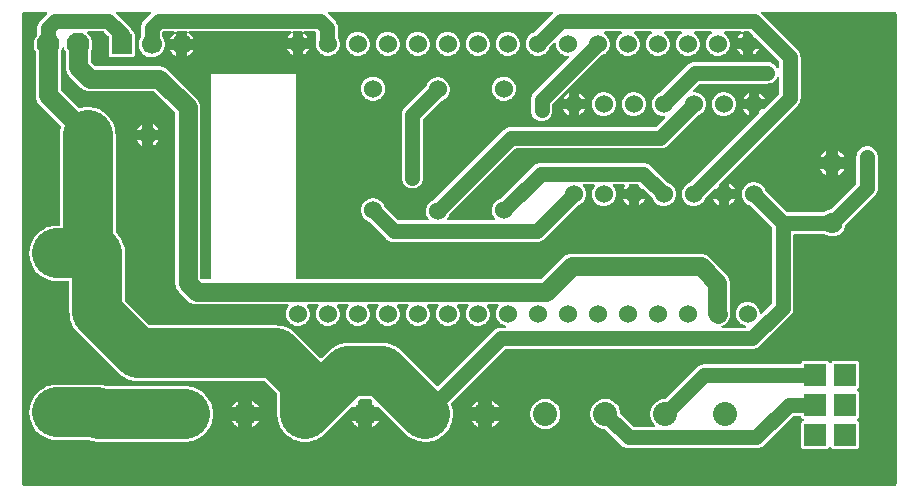
<source format=gtl>
G04 Layer: TopLayer*
G04 EasyEDA v6.4.20.6, 2021-07-29T22:43:28+02:00*
G04 24e0db9a2a824a908a71db8b70acd879,4245c91a3b6e4cf7aa995480f5c7e4a3,10*
G04 Gerber Generator version 0.2*
G04 Scale: 100 percent, Rotated: No, Reflected: No *
G04 Dimensions in millimeters *
G04 leading zeros omitted , absolute positions ,4 integer and 5 decimal *
%FSLAX45Y45*%
%MOMM*%

%ADD11C,4.2000*%
%ADD12C,1.3000*%
%ADD13C,1.6000*%
%ADD14C,1.0000*%
%ADD15C,0.7000*%
%ADD16C,1.9304*%
%ADD18C,1.7000*%
%ADD19C,1.5240*%
%ADD20C,2.0320*%
%ADD21C,1.7780*%
%ADD22R,1.8796X1.8796*%
%ADD23C,2.0000*%

%LPD*%
G36*
X2939440Y11202416D02*
G01*
X2935579Y11203178D01*
X2932277Y11205362D01*
X2637688Y11499951D01*
X2625801Y11511076D01*
X2622042Y11514277D01*
X2609291Y11524234D01*
X2605227Y11527078D01*
X2591612Y11535867D01*
X2587345Y11538356D01*
X2572969Y11545874D01*
X2568498Y11547957D01*
X2553563Y11554155D01*
X2548890Y11555831D01*
X2533446Y11560708D01*
X2512822Y11565382D01*
X2507945Y11566194D01*
X2491841Y11568176D01*
X2486914Y11568582D01*
X2470658Y11569141D01*
X2187143Y11569141D01*
X2170938Y11568582D01*
X2166010Y11568176D01*
X2149906Y11566194D01*
X2145030Y11565382D01*
X2129180Y11561927D01*
X2124405Y11560708D01*
X2108962Y11555831D01*
X2104288Y11554155D01*
X2089353Y11547957D01*
X2084832Y11545874D01*
X2070506Y11538356D01*
X2066239Y11535867D01*
X2052624Y11527078D01*
X2048560Y11524234D01*
X2035810Y11514277D01*
X2032000Y11511076D01*
X2020163Y11499951D01*
X1961692Y11441531D01*
X1958441Y11439296D01*
X1954530Y11438534D01*
X1950618Y11439296D01*
X1947367Y11441531D01*
X1741576Y11647271D01*
X1729739Y11658396D01*
X1725930Y11661597D01*
X1713179Y11671554D01*
X1709115Y11674398D01*
X1695500Y11683187D01*
X1691233Y11685676D01*
X1676907Y11693194D01*
X1672386Y11695277D01*
X1657451Y11701475D01*
X1652778Y11703151D01*
X1637334Y11708028D01*
X1632559Y11709247D01*
X1616710Y11712702D01*
X1611833Y11713514D01*
X1595729Y11715496D01*
X1590802Y11715902D01*
X1574596Y11716461D01*
X508203Y11716461D01*
X504342Y11717223D01*
X501040Y11719407D01*
X299313Y11921134D01*
X297129Y11924436D01*
X296367Y11928297D01*
X296367Y12326162D01*
X295402Y12347498D01*
X292557Y12368428D01*
X287832Y12389053D01*
X281330Y12409170D01*
X272999Y12428626D01*
X262991Y12447219D01*
X251358Y12464897D01*
X238150Y12481407D01*
X223570Y12496698D01*
X218541Y12501067D01*
X216001Y12504521D01*
X215087Y12508687D01*
X215087Y13329462D01*
X214121Y13350798D01*
X211277Y13371728D01*
X206552Y13392353D01*
X200050Y13412469D01*
X191719Y13431926D01*
X181711Y13450519D01*
X170078Y13468197D01*
X156870Y13484707D01*
X142290Y13499998D01*
X126339Y13513917D01*
X109220Y13526312D01*
X91084Y13537184D01*
X72034Y13546328D01*
X52222Y13553795D01*
X31851Y13559383D01*
X11074Y13563193D01*
X-10007Y13565073D01*
X-31140Y13565073D01*
X-52222Y13563193D01*
X-72999Y13559383D01*
X-89154Y13554963D01*
X-92710Y13554608D01*
X-96113Y13555522D01*
X-99060Y13557554D01*
X-247497Y13706043D01*
X-249732Y13709345D01*
X-250494Y13713206D01*
X-250494Y14033449D01*
X-250139Y14036090D01*
X-249123Y14038529D01*
X-246786Y14042593D01*
X-240944Y14056461D01*
X-238912Y14063522D01*
X-236880Y14067383D01*
X-233375Y14069974D01*
X-229158Y14070888D01*
X-224891Y14069974D01*
X-221437Y14067383D01*
X-219354Y14063522D01*
X-217373Y14056461D01*
X-211480Y14042593D01*
X-209143Y14038478D01*
X-208127Y14036040D01*
X-207771Y14033398D01*
X-207771Y13907363D01*
X-206857Y13893241D01*
X-204165Y13879677D01*
X-199694Y13866571D01*
X-193598Y13854176D01*
X-185928Y13842695D01*
X-176580Y13832078D01*
X-74930Y13730427D01*
X-64312Y13721080D01*
X-52832Y13713409D01*
X-40436Y13707313D01*
X-27330Y13702842D01*
X-13766Y13700150D01*
X355Y13699236D01*
X536244Y13699236D01*
X540105Y13698474D01*
X543407Y13696289D01*
X716889Y13522807D01*
X719074Y13519505D01*
X719836Y13515644D01*
X719836Y12078055D01*
X720750Y12063933D01*
X723442Y12050369D01*
X727913Y12037263D01*
X734009Y12024868D01*
X741680Y12013387D01*
X751027Y12002770D01*
X826769Y11927027D01*
X837387Y11917680D01*
X848868Y11910009D01*
X861263Y11903913D01*
X874369Y11899442D01*
X887933Y11896750D01*
X902055Y11895836D01*
X1670862Y11895836D01*
X1674622Y11895124D01*
X1677822Y11893092D01*
X1680057Y11889943D01*
X1681022Y11886234D01*
X1680514Y11882475D01*
X1678635Y11879122D01*
X1676247Y11876328D01*
X1668932Y11864848D01*
X1663192Y11852503D01*
X1659178Y11839498D01*
X1656892Y11826087D01*
X1656435Y11812524D01*
X1657807Y11798960D01*
X1660956Y11785752D01*
X1665884Y11773052D01*
X1672386Y11761114D01*
X1680464Y11750192D01*
X1689912Y11740388D01*
X1700580Y11731955D01*
X1712315Y11725046D01*
X1724812Y11719712D01*
X1737969Y11716105D01*
X1751431Y11714327D01*
X1765046Y11714327D01*
X1778507Y11716105D01*
X1791614Y11719712D01*
X1804162Y11725046D01*
X1815846Y11731955D01*
X1826564Y11740388D01*
X1836013Y11750192D01*
X1844090Y11761114D01*
X1850593Y11773052D01*
X1855470Y11785752D01*
X1858670Y11798960D01*
X1859991Y11812524D01*
X1859534Y11826087D01*
X1857298Y11839498D01*
X1853285Y11852503D01*
X1847545Y11864848D01*
X1840230Y11876328D01*
X1837842Y11879122D01*
X1835962Y11882475D01*
X1835454Y11886234D01*
X1836369Y11889943D01*
X1838604Y11893092D01*
X1841855Y11895124D01*
X1845614Y11895836D01*
X1924862Y11895836D01*
X1928622Y11895124D01*
X1931822Y11893092D01*
X1934057Y11889943D01*
X1935022Y11886234D01*
X1934514Y11882475D01*
X1932635Y11879122D01*
X1930247Y11876328D01*
X1922932Y11864848D01*
X1917192Y11852503D01*
X1913178Y11839498D01*
X1910892Y11826087D01*
X1910435Y11812524D01*
X1911807Y11798960D01*
X1914956Y11785752D01*
X1919884Y11773052D01*
X1926386Y11761114D01*
X1934464Y11750192D01*
X1943912Y11740388D01*
X1954580Y11731955D01*
X1966315Y11725046D01*
X1978812Y11719712D01*
X1991969Y11716105D01*
X2005431Y11714327D01*
X2019046Y11714327D01*
X2032507Y11716105D01*
X2045614Y11719712D01*
X2058162Y11725046D01*
X2069846Y11731955D01*
X2080564Y11740388D01*
X2090013Y11750192D01*
X2098090Y11761114D01*
X2104593Y11773052D01*
X2109470Y11785752D01*
X2112670Y11798960D01*
X2113991Y11812524D01*
X2113534Y11826087D01*
X2111298Y11839498D01*
X2107285Y11852503D01*
X2101545Y11864848D01*
X2094230Y11876328D01*
X2091842Y11879122D01*
X2089962Y11882475D01*
X2089454Y11886234D01*
X2090369Y11889943D01*
X2092604Y11893092D01*
X2095855Y11895124D01*
X2099614Y11895836D01*
X2178862Y11895836D01*
X2182622Y11895124D01*
X2185822Y11893092D01*
X2188057Y11889943D01*
X2189022Y11886234D01*
X2188514Y11882475D01*
X2186635Y11879122D01*
X2184247Y11876328D01*
X2176932Y11864848D01*
X2171192Y11852503D01*
X2167178Y11839498D01*
X2164892Y11826087D01*
X2164435Y11812524D01*
X2165807Y11798960D01*
X2168956Y11785752D01*
X2173884Y11773052D01*
X2180386Y11761114D01*
X2188464Y11750192D01*
X2197912Y11740388D01*
X2208580Y11731955D01*
X2220315Y11725046D01*
X2232812Y11719712D01*
X2245969Y11716105D01*
X2259431Y11714327D01*
X2273046Y11714327D01*
X2286508Y11716105D01*
X2299614Y11719712D01*
X2312162Y11725046D01*
X2323846Y11731955D01*
X2334564Y11740388D01*
X2344013Y11750192D01*
X2352090Y11761114D01*
X2358593Y11773052D01*
X2363470Y11785752D01*
X2366670Y11798960D01*
X2367991Y11812524D01*
X2367534Y11826087D01*
X2365298Y11839498D01*
X2361285Y11852503D01*
X2355545Y11864848D01*
X2348230Y11876328D01*
X2345842Y11879122D01*
X2343962Y11882475D01*
X2343454Y11886234D01*
X2344369Y11889943D01*
X2346604Y11893092D01*
X2349855Y11895124D01*
X2353614Y11895836D01*
X2432862Y11895836D01*
X2436622Y11895124D01*
X2439822Y11893092D01*
X2442057Y11889943D01*
X2443022Y11886234D01*
X2442514Y11882475D01*
X2440635Y11879122D01*
X2438247Y11876328D01*
X2430932Y11864848D01*
X2425192Y11852503D01*
X2421178Y11839498D01*
X2418892Y11826087D01*
X2418435Y11812524D01*
X2419807Y11798960D01*
X2422956Y11785752D01*
X2427884Y11773052D01*
X2434386Y11761114D01*
X2442464Y11750192D01*
X2451912Y11740388D01*
X2462580Y11731955D01*
X2474315Y11725046D01*
X2486812Y11719712D01*
X2499969Y11716105D01*
X2513431Y11714327D01*
X2527046Y11714327D01*
X2540508Y11716105D01*
X2553614Y11719712D01*
X2566162Y11725046D01*
X2577846Y11731955D01*
X2588564Y11740388D01*
X2598013Y11750192D01*
X2606090Y11761114D01*
X2612593Y11773052D01*
X2617470Y11785752D01*
X2620670Y11798960D01*
X2621991Y11812524D01*
X2621534Y11826087D01*
X2619298Y11839498D01*
X2615285Y11852503D01*
X2609545Y11864848D01*
X2602230Y11876328D01*
X2599842Y11879122D01*
X2597962Y11882475D01*
X2597454Y11886234D01*
X2598369Y11889943D01*
X2600604Y11893092D01*
X2603855Y11895124D01*
X2607614Y11895836D01*
X2686862Y11895836D01*
X2690622Y11895124D01*
X2693822Y11893092D01*
X2696057Y11889943D01*
X2697022Y11886234D01*
X2696514Y11882475D01*
X2694635Y11879122D01*
X2692247Y11876328D01*
X2684932Y11864848D01*
X2679192Y11852503D01*
X2675178Y11839498D01*
X2672892Y11826087D01*
X2672435Y11812524D01*
X2673807Y11798960D01*
X2676956Y11785752D01*
X2681884Y11773052D01*
X2688386Y11761114D01*
X2696464Y11750192D01*
X2705912Y11740388D01*
X2716580Y11731955D01*
X2728315Y11725046D01*
X2740812Y11719712D01*
X2753969Y11716105D01*
X2767431Y11714327D01*
X2781046Y11714327D01*
X2794508Y11716105D01*
X2807614Y11719712D01*
X2820162Y11725046D01*
X2831846Y11731955D01*
X2842564Y11740388D01*
X2852013Y11750192D01*
X2860090Y11761114D01*
X2866593Y11773052D01*
X2871470Y11785752D01*
X2874670Y11798960D01*
X2875991Y11812524D01*
X2875534Y11826087D01*
X2873298Y11839498D01*
X2869285Y11852503D01*
X2863545Y11864848D01*
X2856230Y11876328D01*
X2853842Y11879122D01*
X2851962Y11882475D01*
X2851454Y11886234D01*
X2852369Y11889943D01*
X2854604Y11893092D01*
X2857855Y11895124D01*
X2861614Y11895836D01*
X2940862Y11895836D01*
X2944622Y11895124D01*
X2947822Y11893092D01*
X2950057Y11889943D01*
X2951022Y11886234D01*
X2950514Y11882475D01*
X2948635Y11879122D01*
X2946247Y11876328D01*
X2938932Y11864848D01*
X2933192Y11852503D01*
X2929178Y11839498D01*
X2926892Y11826087D01*
X2926435Y11812524D01*
X2927807Y11798960D01*
X2930956Y11785752D01*
X2935884Y11773052D01*
X2942386Y11761114D01*
X2950464Y11750192D01*
X2959912Y11740388D01*
X2970580Y11731955D01*
X2982315Y11725046D01*
X2994812Y11719712D01*
X3007969Y11716105D01*
X3021431Y11714327D01*
X3035046Y11714327D01*
X3048508Y11716105D01*
X3061614Y11719712D01*
X3074162Y11725046D01*
X3085846Y11731955D01*
X3096564Y11740388D01*
X3106013Y11750192D01*
X3114090Y11761114D01*
X3120593Y11773052D01*
X3125470Y11785752D01*
X3128670Y11798960D01*
X3129991Y11812524D01*
X3129534Y11826087D01*
X3127298Y11839498D01*
X3123285Y11852503D01*
X3117545Y11864848D01*
X3110230Y11876328D01*
X3107842Y11879122D01*
X3105962Y11882475D01*
X3105454Y11886234D01*
X3106369Y11889943D01*
X3108604Y11893092D01*
X3111855Y11895124D01*
X3115614Y11895836D01*
X3194862Y11895836D01*
X3198622Y11895124D01*
X3201822Y11893092D01*
X3204057Y11889943D01*
X3205022Y11886234D01*
X3204514Y11882475D01*
X3202635Y11879122D01*
X3200247Y11876328D01*
X3192932Y11864848D01*
X3187192Y11852503D01*
X3183178Y11839498D01*
X3180892Y11826087D01*
X3180435Y11812524D01*
X3181807Y11798960D01*
X3184956Y11785752D01*
X3189884Y11773052D01*
X3196386Y11761114D01*
X3204464Y11750192D01*
X3213912Y11740388D01*
X3224580Y11731955D01*
X3236315Y11725046D01*
X3248812Y11719712D01*
X3261969Y11716105D01*
X3275431Y11714327D01*
X3289046Y11714327D01*
X3302508Y11716105D01*
X3315614Y11719712D01*
X3328162Y11725046D01*
X3339846Y11731955D01*
X3350564Y11740388D01*
X3360013Y11750192D01*
X3368090Y11761114D01*
X3374593Y11773052D01*
X3379470Y11785752D01*
X3382670Y11798960D01*
X3383991Y11812524D01*
X3383534Y11826087D01*
X3381298Y11839498D01*
X3377285Y11852503D01*
X3371545Y11864848D01*
X3364229Y11876328D01*
X3361842Y11879122D01*
X3359962Y11882475D01*
X3359454Y11886234D01*
X3360369Y11889943D01*
X3362604Y11893092D01*
X3365855Y11895124D01*
X3369614Y11895836D01*
X3448862Y11895836D01*
X3452622Y11895124D01*
X3455822Y11893092D01*
X3458057Y11889943D01*
X3459022Y11886234D01*
X3458514Y11882475D01*
X3456635Y11879122D01*
X3454247Y11876328D01*
X3446932Y11864848D01*
X3441192Y11852503D01*
X3437178Y11839498D01*
X3434892Y11826087D01*
X3434435Y11812524D01*
X3435807Y11798960D01*
X3438956Y11785752D01*
X3443884Y11773052D01*
X3450386Y11761114D01*
X3458464Y11750192D01*
X3467912Y11740388D01*
X3478580Y11731955D01*
X3490315Y11725046D01*
X3502812Y11719712D01*
X3512261Y11717121D01*
X3515918Y11715242D01*
X3518560Y11712041D01*
X3519678Y11708079D01*
X3519119Y11703964D01*
X3516985Y11700408D01*
X3513632Y11698020D01*
X3509568Y11697208D01*
X3476244Y11697208D01*
X3466541Y11696700D01*
X3454349Y11694566D01*
X3442563Y11690807D01*
X3440023Y11689740D01*
X3431387Y11685473D01*
X3421075Y11678666D01*
X3411728Y11670436D01*
X2946654Y11205362D01*
X2943352Y11203178D01*
G37*

%LPC*%
G36*
X442976Y13238175D02*
G01*
X442976Y13285216D01*
X395935Y13285216D01*
X396544Y13283742D01*
X403453Y13272058D01*
X411886Y13261340D01*
X421690Y13251891D01*
X432612Y13243813D01*
G37*
G36*
X531876Y13238276D02*
G01*
X536346Y13240359D01*
X547827Y13247674D01*
X558241Y13256463D01*
X567334Y13266572D01*
X575056Y13277748D01*
X578815Y13285216D01*
X531876Y13285216D01*
G37*
G36*
X531876Y13374116D02*
G01*
X578815Y13374116D01*
X575056Y13381583D01*
X567334Y13392759D01*
X558241Y13402868D01*
X547827Y13411657D01*
X536346Y13418972D01*
X531876Y13421055D01*
G37*
G36*
X395935Y13374116D02*
G01*
X442976Y13374116D01*
X442976Y13421156D01*
X432612Y13415518D01*
X421690Y13407440D01*
X411886Y13397992D01*
X403453Y13387273D01*
X396544Y13375589D01*
G37*

%LPD*%
G36*
X-551789Y10356138D02*
G01*
X-559206Y10357053D01*
X-563676Y10358577D01*
X-567740Y10360964D01*
X-571246Y10364165D01*
X-574090Y10367924D01*
X-576173Y10372191D01*
X-577342Y10376763D01*
X-577850Y10382199D01*
X-577850Y14347596D01*
X-576986Y14354962D01*
X-575411Y14359432D01*
X-573024Y14363547D01*
X-569874Y14367052D01*
X-566064Y14369897D01*
X-561797Y14371980D01*
X-557225Y14373148D01*
X-551789Y14373656D01*
X-371398Y14373656D01*
X-367487Y14372894D01*
X-364185Y14370659D01*
X-362000Y14367357D01*
X-361238Y14363496D01*
X-362000Y14359585D01*
X-364185Y14356283D01*
X-420014Y14300454D01*
X-428243Y14291106D01*
X-435051Y14280794D01*
X-439318Y14272158D01*
X-440385Y14269618D01*
X-444144Y14257832D01*
X-446278Y14245640D01*
X-446785Y14235938D01*
X-446785Y14182445D01*
X-447395Y14178889D01*
X-449224Y14175790D01*
X-453643Y14170660D01*
X-461924Y14158112D01*
X-468630Y14144650D01*
X-473659Y14130477D01*
X-476859Y14115796D01*
X-478231Y14100810D01*
X-477774Y14085773D01*
X-475488Y14070888D01*
X-471373Y14056461D01*
X-465480Y14042593D01*
X-463143Y14038580D01*
X-462127Y14036090D01*
X-461822Y14033500D01*
X-461822Y13665555D01*
X-460857Y13651433D01*
X-458165Y13637920D01*
X-453745Y13624813D01*
X-447649Y13612418D01*
X-439978Y13600938D01*
X-430631Y13590320D01*
X-248462Y13408101D01*
X-246329Y13405053D01*
X-245465Y13401446D01*
X-245973Y13397788D01*
X-247700Y13392353D01*
X-252425Y13371728D01*
X-255270Y13350798D01*
X-256235Y13329462D01*
X-256235Y12572187D01*
X-256997Y12568275D01*
X-259181Y12564973D01*
X-262483Y12562789D01*
X-266395Y12562027D01*
X-279400Y12562027D01*
X-300786Y12561062D01*
X-321716Y12558217D01*
X-342341Y12553543D01*
X-362458Y12546990D01*
X-381914Y12538659D01*
X-400507Y12528651D01*
X-418134Y12517018D01*
X-434695Y12503810D01*
X-449986Y12489230D01*
X-463905Y12473279D01*
X-476300Y12456160D01*
X-487172Y12438024D01*
X-496316Y12418974D01*
X-503783Y12399162D01*
X-509371Y12378791D01*
X-513181Y12358014D01*
X-515061Y12336932D01*
X-515061Y12315799D01*
X-513181Y12294717D01*
X-509371Y12273940D01*
X-503783Y12253569D01*
X-496316Y12233757D01*
X-487172Y12214707D01*
X-476300Y12196572D01*
X-463905Y12179452D01*
X-449986Y12163501D01*
X-434695Y12148921D01*
X-418134Y12135713D01*
X-400507Y12124080D01*
X-381914Y12114072D01*
X-362458Y12105741D01*
X-342341Y12099239D01*
X-321716Y12094514D01*
X-300786Y12091670D01*
X-279400Y12090704D01*
X-185115Y12090704D01*
X-181203Y12089942D01*
X-177901Y12087758D01*
X-175717Y12084456D01*
X-174955Y12080544D01*
X-174955Y11826697D01*
X-174396Y11810492D01*
X-173990Y11805564D01*
X-172008Y11789460D01*
X-171196Y11784584D01*
X-167741Y11768734D01*
X-166522Y11763959D01*
X-161645Y11748516D01*
X-159969Y11743842D01*
X-153771Y11728907D01*
X-151688Y11724386D01*
X-144170Y11710060D01*
X-141681Y11705793D01*
X-132892Y11692178D01*
X-130048Y11688114D01*
X-120091Y11675364D01*
X-116890Y11671554D01*
X-105765Y11659717D01*
X239623Y11314328D01*
X251460Y11303203D01*
X255270Y11300002D01*
X268020Y11290046D01*
X272084Y11287201D01*
X285699Y11278412D01*
X289966Y11275923D01*
X304292Y11268405D01*
X308813Y11266322D01*
X323748Y11260124D01*
X328422Y11258448D01*
X343865Y11253571D01*
X348640Y11252352D01*
X364490Y11248898D01*
X369366Y11248085D01*
X385470Y11246104D01*
X390398Y11245697D01*
X406603Y11245138D01*
X1472996Y11245138D01*
X1476857Y11244376D01*
X1480159Y11242192D01*
X1582318Y11140033D01*
X1584502Y11136731D01*
X1585264Y11132870D01*
X1585315Y10962335D01*
X1586230Y10946180D01*
X1586738Y10941253D01*
X1589074Y10925200D01*
X1590040Y10920374D01*
X1593799Y10904626D01*
X1595170Y10899851D01*
X1600352Y10884509D01*
X1602130Y10879886D01*
X1608683Y10865053D01*
X1610868Y10860633D01*
X1618742Y10846460D01*
X1621282Y10842244D01*
X1630375Y10828832D01*
X1633321Y10824870D01*
X1643583Y10812272D01*
X1646885Y10808614D01*
X1658213Y10797032D01*
X1661820Y10793628D01*
X1674114Y10783112D01*
X1678025Y10780064D01*
X1691233Y10770717D01*
X1695399Y10768025D01*
X1709420Y10759897D01*
X1713788Y10757560D01*
X1728470Y10750702D01*
X1733042Y10748822D01*
X1748282Y10743285D01*
X1753006Y10741812D01*
X1768652Y10737697D01*
X1773478Y10736630D01*
X1789480Y10733938D01*
X1794357Y10733328D01*
X1810512Y10732058D01*
X1815439Y10731855D01*
X1831644Y10732058D01*
X1836623Y10732363D01*
X1852726Y10733989D01*
X1857603Y10734700D01*
X1873504Y10737748D01*
X1878330Y10738916D01*
X1893925Y10743387D01*
X1898599Y10744962D01*
X1913686Y10750854D01*
X1918207Y10752836D01*
X1932736Y10760049D01*
X1937054Y10762437D01*
X1950872Y10770870D01*
X1954987Y10773664D01*
X1967992Y10783316D01*
X1971802Y10786465D01*
X1983892Y10797235D01*
X2208377Y11021618D01*
X2211679Y11023854D01*
X2215540Y11024616D01*
X2271776Y11024616D01*
X2271776Y11080851D01*
X2272538Y11084712D01*
X2274773Y11088014D01*
X2281580Y11094872D01*
X2284882Y11097056D01*
X2288743Y11097818D01*
X2369108Y11097818D01*
X2372969Y11097056D01*
X2376271Y11094872D01*
X2383078Y11088014D01*
X2385314Y11084712D01*
X2386076Y11080851D01*
X2386076Y11024616D01*
X2442311Y11024616D01*
X2446172Y11023854D01*
X2449474Y11021618D01*
X2670149Y10800994D01*
X2685897Y10786567D01*
X2702712Y10773765D01*
X2720644Y10762538D01*
X2739491Y10752937D01*
X2759100Y10745063D01*
X2779369Y10738967D01*
X2800045Y10734751D01*
X2821076Y10732363D01*
X2842209Y10731906D01*
X2863291Y10733328D01*
X2884170Y10736630D01*
X2904693Y10741761D01*
X2924657Y10748772D01*
X2943910Y10757509D01*
X2962300Y10767923D01*
X2979674Y10779963D01*
X2995879Y10793526D01*
X3010865Y10808512D01*
X3024428Y10824718D01*
X3036468Y10842091D01*
X3046882Y10860481D01*
X3055620Y10879734D01*
X3062630Y10899698D01*
X3067761Y10920222D01*
X3071063Y10941100D01*
X3072485Y10962182D01*
X3072028Y10983315D01*
X3069640Y11004346D01*
X3065424Y11025073D01*
X3059328Y11045291D01*
X3057144Y11050778D01*
X3056432Y11054638D01*
X3057194Y11058448D01*
X3059379Y11061750D01*
X3510584Y11512905D01*
X3513836Y11515090D01*
X3517747Y11515852D01*
X5602224Y11515852D01*
X5611926Y11516360D01*
X5624118Y11518493D01*
X5635904Y11522252D01*
X5638444Y11523319D01*
X5647080Y11527586D01*
X5657392Y11534394D01*
X5659577Y11536121D01*
X5666790Y11542623D01*
X5928258Y11804142D01*
X5936488Y11813489D01*
X5941923Y11821464D01*
X5943295Y11823852D01*
X5947562Y11832437D01*
X5948629Y11834977D01*
X5952388Y11846763D01*
X5954522Y11858955D01*
X5955030Y11868658D01*
X5955030Y12484100D01*
X5955792Y12488011D01*
X5957976Y12491313D01*
X5961278Y12493498D01*
X5965190Y12494260D01*
X6209334Y12494260D01*
X6212179Y12493853D01*
X6214770Y12492685D01*
X6227622Y12484506D01*
X6240627Y12478359D01*
X6254343Y12473940D01*
X6268466Y12471247D01*
X6282791Y12470333D01*
X6297168Y12471247D01*
X6311290Y12473940D01*
X6324955Y12478359D01*
X6337960Y12484506D01*
X6350101Y12492228D01*
X6361226Y12501372D01*
X6371031Y12511887D01*
X6379514Y12523520D01*
X6386423Y12536119D01*
X6391757Y12549479D01*
X6395313Y12563398D01*
X6395720Y12566751D01*
X6396685Y12569952D01*
X6398615Y12572695D01*
X6642506Y12816586D01*
X6650736Y12825933D01*
X6657543Y12836245D01*
X6661810Y12844881D01*
X6662877Y12847421D01*
X6666636Y12859207D01*
X6668770Y12871399D01*
X6669278Y12881102D01*
X6669278Y13142772D01*
X6668363Y13155472D01*
X6665874Y13167563D01*
X6661708Y13179196D01*
X6656019Y13190219D01*
X6648907Y13200278D01*
X6640474Y13209320D01*
X6630873Y13217144D01*
X6620306Y13223595D01*
X6608927Y13228523D01*
X6597040Y13231825D01*
X6584797Y13233501D01*
X6572402Y13233501D01*
X6560159Y13231825D01*
X6548272Y13228523D01*
X6536893Y13223595D01*
X6526326Y13217144D01*
X6516725Y13209320D01*
X6508292Y13200278D01*
X6501180Y13190219D01*
X6495491Y13179196D01*
X6491325Y13167563D01*
X6488836Y13155472D01*
X6487922Y13142772D01*
X6487922Y12922605D01*
X6487160Y12918694D01*
X6484975Y12915442D01*
X6270193Y12700609D01*
X6267754Y12698831D01*
X6264910Y12697815D01*
X6254343Y12695834D01*
X6240627Y12691364D01*
X6227622Y12685217D01*
X6214922Y12677190D01*
X6212332Y12675971D01*
X6209487Y12675616D01*
X5906109Y12675616D01*
X5902248Y12676378D01*
X5898946Y12678562D01*
X5718454Y12859004D01*
X5716320Y12862255D01*
X5710732Y12875412D01*
X5703773Y12887096D01*
X5695340Y12897764D01*
X5685586Y12907213D01*
X5674614Y12915290D01*
X5662676Y12921843D01*
X5650026Y12926720D01*
X5636768Y12929870D01*
X5623255Y12931241D01*
X5609640Y12930784D01*
X5596229Y12928498D01*
X5583224Y12924485D01*
X5570880Y12918744D01*
X5559450Y12911429D01*
X5549036Y12902641D01*
X5539892Y12892582D01*
X5532221Y12881356D01*
X5526074Y12869214D01*
X5521604Y12856362D01*
X5518912Y12843052D01*
X5517997Y12829489D01*
X5518912Y12815874D01*
X5521604Y12802565D01*
X5526074Y12789712D01*
X5532221Y12777571D01*
X5539892Y12766344D01*
X5549036Y12756286D01*
X5559450Y12747498D01*
X5570880Y12740182D01*
X5583224Y12734442D01*
X5588000Y12732664D01*
X5589930Y12731140D01*
X5770727Y12550343D01*
X5772912Y12547041D01*
X5773724Y12543180D01*
X5773724Y11910161D01*
X5772912Y11906300D01*
X5770727Y11902998D01*
X5686907Y11819128D01*
X5683656Y11816943D01*
X5679846Y11816181D01*
X5675985Y11816892D01*
X5672683Y11818975D01*
X5670448Y11822176D01*
X5669534Y11826087D01*
X5667298Y11839498D01*
X5663285Y11852503D01*
X5657545Y11864848D01*
X5650230Y11876328D01*
X5641441Y11886692D01*
X5631332Y11895836D01*
X5620105Y11903557D01*
X5607964Y11909653D01*
X5595112Y11914124D01*
X5581802Y11916816D01*
X5568238Y11917730D01*
X5554675Y11916816D01*
X5541314Y11914124D01*
X5528462Y11909653D01*
X5516321Y11903557D01*
X5505145Y11895836D01*
X5495036Y11886692D01*
X5486247Y11876328D01*
X5478932Y11864848D01*
X5473192Y11852503D01*
X5469178Y11839498D01*
X5466892Y11826087D01*
X5466435Y11812524D01*
X5467807Y11798960D01*
X5470956Y11785752D01*
X5475884Y11773052D01*
X5482386Y11761114D01*
X5490464Y11750192D01*
X5499912Y11740388D01*
X5510580Y11731955D01*
X5522315Y11725046D01*
X5534812Y11719712D01*
X5544261Y11717121D01*
X5547918Y11715242D01*
X5550560Y11712041D01*
X5551678Y11708079D01*
X5551119Y11703964D01*
X5548985Y11700408D01*
X5545632Y11698020D01*
X5541568Y11697208D01*
X5354472Y11697208D01*
X5350459Y11698020D01*
X5347106Y11700357D01*
X5344922Y11703812D01*
X5344312Y11707876D01*
X5345328Y11711787D01*
X5347817Y11715038D01*
X5364937Y11723217D01*
X5376621Y11730634D01*
X5387187Y11739473D01*
X5396534Y11749684D01*
X5404459Y11761012D01*
X5410860Y11773255D01*
X5415584Y11786209D01*
X5418582Y11799722D01*
X5419801Y11813489D01*
X5419191Y11827306D01*
X5416804Y11840870D01*
X5414721Y11847474D01*
X5414264Y11850573D01*
X5414264Y12077344D01*
X5413349Y12091466D01*
X5410657Y12105030D01*
X5406186Y12118136D01*
X5400090Y12130532D01*
X5392420Y12142012D01*
X5383072Y12152630D01*
X5243830Y12291872D01*
X5233212Y12301220D01*
X5221732Y12308890D01*
X5209336Y12314986D01*
X5196230Y12319457D01*
X5182666Y12322149D01*
X5168544Y12323064D01*
X4077055Y12323064D01*
X4062933Y12322149D01*
X4049369Y12319457D01*
X4036263Y12314986D01*
X4023868Y12308890D01*
X4012387Y12301220D01*
X4001770Y12291872D01*
X3820007Y12110110D01*
X3816705Y12107926D01*
X3812844Y12107164D01*
X1755851Y12107164D01*
X1751990Y12107926D01*
X1748688Y12110110D01*
X1746504Y12113412D01*
X1745691Y12117324D01*
X1745691Y13840713D01*
X1744725Y13841679D01*
X1024077Y13841679D01*
X1023061Y13840713D01*
X1020571Y12117324D01*
X1019810Y12113412D01*
X1017574Y12110110D01*
X1014323Y12107926D01*
X1010412Y12107164D01*
X949655Y12107164D01*
X945794Y12107926D01*
X942492Y12110110D01*
X934110Y12118492D01*
X931926Y12121794D01*
X931164Y12125655D01*
X931164Y13563244D01*
X930249Y13577366D01*
X927557Y13590930D01*
X923086Y13604036D01*
X916990Y13616432D01*
X909319Y13627912D01*
X899972Y13638530D01*
X659130Y13879372D01*
X648512Y13888719D01*
X637032Y13896390D01*
X624636Y13902486D01*
X611530Y13906957D01*
X597966Y13909649D01*
X583844Y13910563D01*
X47955Y13910563D01*
X44094Y13911326D01*
X40792Y13913510D01*
X6502Y13947800D01*
X4318Y13951102D01*
X3556Y13954963D01*
X3556Y14033550D01*
X3911Y14036141D01*
X4927Y14038630D01*
X7213Y14042593D01*
X13055Y14056461D01*
X17170Y14070888D01*
X19507Y14085773D01*
X19964Y14100810D01*
X18542Y14115796D01*
X15341Y14130477D01*
X10363Y14144650D01*
X3657Y14158112D01*
X-4673Y14170660D01*
X-14427Y14182090D01*
X-22707Y14189608D01*
X-25095Y14192859D01*
X-26009Y14196771D01*
X-25298Y14200784D01*
X-23164Y14204188D01*
X-19812Y14206474D01*
X-15849Y14207236D01*
X112928Y14207236D01*
X116839Y14206474D01*
X120091Y14204289D01*
X153060Y14171320D01*
X155295Y14168018D01*
X156057Y14164157D01*
X156057Y14012570D01*
X156768Y14006322D01*
X158648Y14000886D01*
X161696Y13996060D01*
X165760Y13991996D01*
X170586Y13988948D01*
X176022Y13987068D01*
X182270Y13986357D01*
X351129Y13986357D01*
X357378Y13987068D01*
X362813Y13988948D01*
X367639Y13991996D01*
X371703Y13996060D01*
X374751Y14000886D01*
X376631Y14006322D01*
X377342Y14012570D01*
X377342Y14181429D01*
X376631Y14187678D01*
X374751Y14193113D01*
X371703Y14197939D01*
X367639Y14202003D01*
X362813Y14205051D01*
X359460Y14206219D01*
X356717Y14207693D01*
X354584Y14209877D01*
X353161Y14212620D01*
X350977Y14219326D01*
X349910Y14221866D01*
X345643Y14230502D01*
X338836Y14240814D01*
X330606Y14250162D01*
X224485Y14356283D01*
X222300Y14359585D01*
X221538Y14363496D01*
X222300Y14367357D01*
X224485Y14370659D01*
X227787Y14372894D01*
X231698Y14373656D01*
X504901Y14373656D01*
X508812Y14372894D01*
X512114Y14370659D01*
X514299Y14367357D01*
X515061Y14363496D01*
X514299Y14359585D01*
X512114Y14356283D01*
X456793Y14300962D01*
X448564Y14291614D01*
X441756Y14281302D01*
X437489Y14272666D01*
X436422Y14270126D01*
X432663Y14258340D01*
X430530Y14246148D01*
X430022Y14236446D01*
X430022Y14163497D01*
X429514Y14160296D01*
X421030Y14145006D01*
X415696Y14131848D01*
X412089Y14118132D01*
X410311Y14104112D01*
X410311Y14089888D01*
X412089Y14075867D01*
X415696Y14062151D01*
X421030Y14048994D01*
X427990Y14036649D01*
X436473Y14025270D01*
X446328Y14015110D01*
X457403Y14006271D01*
X469544Y13998905D01*
X482498Y13993164D01*
X496062Y13989151D01*
X510082Y13986865D01*
X524256Y13986408D01*
X538378Y13987780D01*
X552196Y13990929D01*
X565505Y13995857D01*
X578053Y14002410D01*
X589686Y14010487D01*
X600151Y14020038D01*
X609346Y14030807D01*
X617118Y14042694D01*
X623265Y14055496D01*
X627735Y14068958D01*
X630428Y14082877D01*
X631342Y14097000D01*
X630428Y14111122D01*
X627735Y14125041D01*
X623265Y14138503D01*
X617118Y14151305D01*
X613003Y14157604D01*
X611784Y14160246D01*
X611378Y14163141D01*
X611378Y14194942D01*
X612140Y14198854D01*
X614324Y14202105D01*
X616254Y14204035D01*
X619506Y14206219D01*
X623417Y14206982D01*
X706831Y14206982D01*
X711098Y14206067D01*
X714552Y14203426D01*
X716635Y14199565D01*
X716838Y14195247D01*
X715264Y14191183D01*
X711403Y14187728D01*
X700328Y14178889D01*
X690473Y14168729D01*
X681990Y14157350D01*
X675487Y14145869D01*
X725830Y14145869D01*
X725830Y14196822D01*
X726643Y14200733D01*
X728827Y14204035D01*
X732129Y14206219D01*
X735990Y14206982D01*
X813409Y14206982D01*
X817270Y14206219D01*
X820572Y14204035D01*
X822756Y14200733D01*
X823569Y14196822D01*
X823569Y14145869D01*
X873709Y14145869D01*
X871118Y14151305D01*
X863346Y14163192D01*
X854151Y14173962D01*
X843686Y14183512D01*
X836472Y14188490D01*
X833577Y14191640D01*
X832205Y14195653D01*
X832612Y14199869D01*
X834694Y14203578D01*
X838149Y14206118D01*
X842314Y14206982D01*
X1699056Y14206982D01*
X1703222Y14206118D01*
X1706625Y14203578D01*
X1708759Y14199869D01*
X1709115Y14195602D01*
X1707743Y14191589D01*
X1704797Y14188490D01*
X1695145Y14181836D01*
X1685036Y14172692D01*
X1676247Y14162328D01*
X1668932Y14150848D01*
X1666849Y14146377D01*
X1713788Y14146377D01*
X1713788Y14196822D01*
X1714550Y14200733D01*
X1716735Y14204035D01*
X1720037Y14206219D01*
X1723948Y14206982D01*
X1792528Y14206982D01*
X1796389Y14206219D01*
X1799691Y14204035D01*
X1801926Y14200733D01*
X1802688Y14196822D01*
X1802688Y14146377D01*
X1849628Y14146377D01*
X1847545Y14150848D01*
X1840230Y14162328D01*
X1831441Y14172692D01*
X1821332Y14181836D01*
X1811680Y14188490D01*
X1808734Y14191589D01*
X1807362Y14195602D01*
X1807718Y14199869D01*
X1809800Y14203578D01*
X1813255Y14206118D01*
X1817420Y14206982D01*
X1903882Y14206982D01*
X1907793Y14206219D01*
X1911045Y14204035D01*
X1912975Y14202105D01*
X1915160Y14198854D01*
X1915922Y14194942D01*
X1915922Y14136014D01*
X1915464Y14132966D01*
X1913178Y14125498D01*
X1910892Y14112087D01*
X1910435Y14098524D01*
X1911807Y14084960D01*
X1914956Y14071752D01*
X1919884Y14059052D01*
X1926386Y14047114D01*
X1934464Y14036192D01*
X1943912Y14026388D01*
X1954580Y14017955D01*
X1966315Y14011046D01*
X1978812Y14005712D01*
X1991969Y14002105D01*
X2005431Y14000327D01*
X2019046Y14000327D01*
X2032507Y14002105D01*
X2045614Y14005712D01*
X2058162Y14011046D01*
X2069846Y14017955D01*
X2080564Y14026388D01*
X2090013Y14036192D01*
X2098090Y14047114D01*
X2104593Y14059052D01*
X2109470Y14071752D01*
X2112670Y14084960D01*
X2113991Y14098524D01*
X2113534Y14112087D01*
X2111298Y14125498D01*
X2107285Y14138503D01*
X2101545Y14150848D01*
X2098852Y14155064D01*
X2097684Y14157655D01*
X2097278Y14160550D01*
X2097278Y14236446D01*
X2096770Y14246148D01*
X2094636Y14258340D01*
X2090877Y14270126D01*
X2089810Y14272666D01*
X2085543Y14281302D01*
X2078736Y14291614D01*
X2070506Y14300962D01*
X2015185Y14356283D01*
X2013000Y14359585D01*
X2012238Y14363496D01*
X2013000Y14367357D01*
X2015185Y14370659D01*
X2018487Y14372894D01*
X2022398Y14373656D01*
X3909263Y14373656D01*
X3913174Y14372894D01*
X3916476Y14370659D01*
X3918661Y14367357D01*
X3919423Y14363496D01*
X3918661Y14359585D01*
X3916476Y14356283D01*
X3760317Y14200174D01*
X3756456Y14197736D01*
X3750462Y14195653D01*
X3738321Y14189557D01*
X3727145Y14181836D01*
X3717036Y14172692D01*
X3708247Y14162328D01*
X3700932Y14150848D01*
X3695192Y14138503D01*
X3691178Y14125498D01*
X3688892Y14112087D01*
X3688435Y14098524D01*
X3689807Y14084960D01*
X3692956Y14071752D01*
X3697884Y14059052D01*
X3704386Y14047114D01*
X3712464Y14036192D01*
X3721912Y14026388D01*
X3732580Y14017955D01*
X3744315Y14011046D01*
X3756812Y14005712D01*
X3769969Y14002105D01*
X3783431Y14000327D01*
X3797046Y14000327D01*
X3810508Y14002105D01*
X3823614Y14005712D01*
X3836162Y14011046D01*
X3847846Y14017955D01*
X3858564Y14026388D01*
X3868013Y14036192D01*
X3876090Y14047114D01*
X3882593Y14059052D01*
X3886200Y14068399D01*
X3888486Y14071955D01*
X3925214Y14108633D01*
X3928567Y14110868D01*
X3932529Y14111630D01*
X3936441Y14110766D01*
X3939743Y14108480D01*
X3941876Y14105077D01*
X3942537Y14101114D01*
X3942435Y14098524D01*
X3943807Y14084960D01*
X3946956Y14071752D01*
X3951884Y14059052D01*
X3958386Y14047114D01*
X3966464Y14036192D01*
X3975912Y14026388D01*
X3986580Y14017955D01*
X3998315Y14011046D01*
X4010812Y14005712D01*
X4023969Y14002105D01*
X4037431Y14000327D01*
X4043934Y14000327D01*
X4047845Y13999514D01*
X4051147Y13997330D01*
X4053332Y13994028D01*
X4054094Y13990167D01*
X4053332Y13986256D01*
X4051147Y13982954D01*
X3758793Y13690600D01*
X3750564Y13681252D01*
X3743756Y13670940D01*
X3739489Y13662304D01*
X3738422Y13659764D01*
X3734663Y13647978D01*
X3732529Y13635786D01*
X3732022Y13626084D01*
X3732022Y13540130D01*
X3732936Y13527430D01*
X3735425Y13515340D01*
X3739591Y13503656D01*
X3745280Y13492683D01*
X3752392Y13482574D01*
X3760825Y13473531D01*
X3770426Y13465759D01*
X3780993Y13459307D01*
X3792372Y13454380D01*
X3804259Y13451027D01*
X3816502Y13449350D01*
X3828897Y13449350D01*
X3841140Y13451027D01*
X3853027Y13454380D01*
X3864406Y13459307D01*
X3874973Y13465759D01*
X3884574Y13473531D01*
X3893007Y13482574D01*
X3900119Y13492683D01*
X3905808Y13503656D01*
X3909974Y13515340D01*
X3912463Y13527430D01*
X3913378Y13540130D01*
X3913378Y13584580D01*
X3914140Y13588492D01*
X3916324Y13591743D01*
X4327906Y14003324D01*
X4331106Y14005509D01*
X4344162Y14011046D01*
X4355846Y14017955D01*
X4366564Y14026388D01*
X4376013Y14036192D01*
X4384090Y14047114D01*
X4390593Y14059052D01*
X4395470Y14071752D01*
X4398670Y14084960D01*
X4399991Y14098524D01*
X4399534Y14112087D01*
X4397298Y14125498D01*
X4393285Y14138503D01*
X4387545Y14150848D01*
X4380230Y14162328D01*
X4371441Y14172692D01*
X4361332Y14181836D01*
X4353153Y14187474D01*
X4350207Y14190573D01*
X4348835Y14194586D01*
X4349191Y14198854D01*
X4351274Y14202562D01*
X4354728Y14205102D01*
X4358894Y14205966D01*
X4491583Y14205966D01*
X4495749Y14205102D01*
X4499152Y14202562D01*
X4501286Y14198854D01*
X4501642Y14194586D01*
X4500219Y14190573D01*
X4497324Y14187474D01*
X4489145Y14181836D01*
X4479036Y14172692D01*
X4470247Y14162328D01*
X4462932Y14150848D01*
X4457192Y14138503D01*
X4453178Y14125498D01*
X4450892Y14112087D01*
X4450435Y14098524D01*
X4451807Y14084960D01*
X4454956Y14071752D01*
X4459884Y14059052D01*
X4466386Y14047114D01*
X4474464Y14036192D01*
X4483912Y14026388D01*
X4494580Y14017955D01*
X4506315Y14011046D01*
X4518812Y14005712D01*
X4531969Y14002105D01*
X4545431Y14000327D01*
X4559046Y14000327D01*
X4572508Y14002105D01*
X4585614Y14005712D01*
X4598162Y14011046D01*
X4609846Y14017955D01*
X4620564Y14026388D01*
X4630013Y14036192D01*
X4638090Y14047114D01*
X4644593Y14059052D01*
X4649470Y14071752D01*
X4652670Y14084960D01*
X4653991Y14098524D01*
X4653534Y14112087D01*
X4651298Y14125498D01*
X4647285Y14138503D01*
X4641545Y14150848D01*
X4634230Y14162328D01*
X4625441Y14172692D01*
X4615332Y14181836D01*
X4607153Y14187474D01*
X4604207Y14190573D01*
X4602835Y14194586D01*
X4603191Y14198854D01*
X4605274Y14202562D01*
X4608728Y14205102D01*
X4612894Y14205966D01*
X4745583Y14205966D01*
X4749749Y14205102D01*
X4753152Y14202562D01*
X4755286Y14198854D01*
X4755642Y14194586D01*
X4754219Y14190573D01*
X4751324Y14187474D01*
X4743145Y14181836D01*
X4733036Y14172692D01*
X4724247Y14162328D01*
X4716932Y14150848D01*
X4711192Y14138503D01*
X4707178Y14125498D01*
X4704892Y14112087D01*
X4704435Y14098524D01*
X4705807Y14084960D01*
X4708956Y14071752D01*
X4713884Y14059052D01*
X4720386Y14047114D01*
X4728464Y14036192D01*
X4737912Y14026388D01*
X4748580Y14017955D01*
X4760315Y14011046D01*
X4772812Y14005712D01*
X4785969Y14002105D01*
X4799431Y14000327D01*
X4813046Y14000327D01*
X4826508Y14002105D01*
X4839614Y14005712D01*
X4852162Y14011046D01*
X4863846Y14017955D01*
X4874564Y14026388D01*
X4884013Y14036192D01*
X4892090Y14047114D01*
X4898593Y14059052D01*
X4903470Y14071752D01*
X4906670Y14084960D01*
X4907991Y14098524D01*
X4907534Y14112087D01*
X4905298Y14125498D01*
X4901285Y14138503D01*
X4895545Y14150848D01*
X4888230Y14162328D01*
X4879441Y14172692D01*
X4869332Y14181836D01*
X4861153Y14187474D01*
X4858207Y14190573D01*
X4856835Y14194586D01*
X4857191Y14198854D01*
X4859274Y14202562D01*
X4862728Y14205102D01*
X4866894Y14205966D01*
X4999583Y14205966D01*
X5003749Y14205102D01*
X5007152Y14202562D01*
X5009286Y14198854D01*
X5009642Y14194586D01*
X5008219Y14190573D01*
X5005324Y14187474D01*
X4997145Y14181836D01*
X4987036Y14172692D01*
X4978247Y14162328D01*
X4970932Y14150848D01*
X4965192Y14138503D01*
X4961178Y14125498D01*
X4958892Y14112087D01*
X4958435Y14098524D01*
X4959807Y14084960D01*
X4962956Y14071752D01*
X4967884Y14059052D01*
X4974386Y14047114D01*
X4982464Y14036192D01*
X4991912Y14026388D01*
X5002580Y14017955D01*
X5014315Y14011046D01*
X5026812Y14005712D01*
X5039969Y14002105D01*
X5053431Y14000327D01*
X5067046Y14000327D01*
X5080508Y14002105D01*
X5093614Y14005712D01*
X5106162Y14011046D01*
X5117846Y14017955D01*
X5128564Y14026388D01*
X5138013Y14036192D01*
X5146090Y14047114D01*
X5152593Y14059052D01*
X5157470Y14071752D01*
X5160670Y14084960D01*
X5161991Y14098524D01*
X5161534Y14112087D01*
X5159298Y14125498D01*
X5155285Y14138503D01*
X5149545Y14150848D01*
X5142230Y14162328D01*
X5133441Y14172692D01*
X5123332Y14181836D01*
X5115153Y14187474D01*
X5112207Y14190573D01*
X5110835Y14194586D01*
X5111191Y14198854D01*
X5113274Y14202562D01*
X5116728Y14205102D01*
X5120894Y14205966D01*
X5253583Y14205966D01*
X5257749Y14205102D01*
X5261152Y14202562D01*
X5263286Y14198854D01*
X5263642Y14194586D01*
X5262219Y14190573D01*
X5259324Y14187474D01*
X5251145Y14181836D01*
X5241036Y14172692D01*
X5232247Y14162328D01*
X5224932Y14150848D01*
X5219192Y14138503D01*
X5215178Y14125498D01*
X5212892Y14112087D01*
X5212435Y14098524D01*
X5213807Y14084960D01*
X5216956Y14071752D01*
X5221884Y14059052D01*
X5228386Y14047114D01*
X5236464Y14036192D01*
X5245912Y14026388D01*
X5256580Y14017955D01*
X5268315Y14011046D01*
X5280812Y14005712D01*
X5293969Y14002105D01*
X5307431Y14000327D01*
X5321046Y14000327D01*
X5334508Y14002105D01*
X5347614Y14005712D01*
X5360162Y14011046D01*
X5371846Y14017955D01*
X5382564Y14026388D01*
X5392013Y14036192D01*
X5400090Y14047114D01*
X5406593Y14059052D01*
X5411470Y14071752D01*
X5414670Y14084960D01*
X5415991Y14098524D01*
X5415534Y14112087D01*
X5413298Y14125498D01*
X5409285Y14138503D01*
X5403545Y14150848D01*
X5396230Y14162328D01*
X5387441Y14172692D01*
X5377332Y14181836D01*
X5369153Y14187474D01*
X5366207Y14190573D01*
X5364835Y14194586D01*
X5365191Y14198854D01*
X5367274Y14202562D01*
X5370728Y14205102D01*
X5374894Y14205966D01*
X5507583Y14205966D01*
X5511749Y14205102D01*
X5515152Y14202562D01*
X5517286Y14198854D01*
X5517642Y14194586D01*
X5516219Y14190573D01*
X5513324Y14187474D01*
X5505145Y14181836D01*
X5495036Y14172692D01*
X5486247Y14162328D01*
X5478932Y14150848D01*
X5476849Y14146377D01*
X5523788Y14146377D01*
X5523788Y14195806D01*
X5524550Y14199717D01*
X5526735Y14203019D01*
X5530037Y14205204D01*
X5533948Y14205966D01*
X5575452Y14205966D01*
X5579364Y14205204D01*
X5582615Y14203019D01*
X5609691Y14175943D01*
X5611926Y14172641D01*
X5612688Y14168780D01*
X5612688Y14146377D01*
X5635091Y14146377D01*
X5638952Y14145615D01*
X5642254Y14143380D01*
X5830417Y13955217D01*
X5832602Y13951966D01*
X5833364Y13948054D01*
X5833364Y13903147D01*
X5832449Y13898930D01*
X5829808Y13895425D01*
X5825947Y13893393D01*
X5821629Y13893139D01*
X5817565Y13894714D01*
X5814568Y13897863D01*
X5808421Y13907973D01*
X5800598Y13917574D01*
X5791555Y13926007D01*
X5781446Y13933119D01*
X5770473Y13938808D01*
X5758840Y13942974D01*
X5746699Y13945463D01*
X5734050Y13946378D01*
X5122164Y13946378D01*
X5112461Y13945869D01*
X5100269Y13943736D01*
X5088483Y13939977D01*
X5085943Y13938910D01*
X5077307Y13934643D01*
X5066995Y13927836D01*
X5057648Y13919606D01*
X4827727Y13689736D01*
X4825796Y13688212D01*
X4821224Y13686485D01*
X4808880Y13680744D01*
X4797450Y13673429D01*
X4787036Y13664641D01*
X4777892Y13654582D01*
X4770221Y13643356D01*
X4764074Y13631214D01*
X4759604Y13618362D01*
X4756912Y13605052D01*
X4755997Y13591489D01*
X4756912Y13577874D01*
X4759604Y13564565D01*
X4764074Y13551712D01*
X4770221Y13539571D01*
X4777892Y13528344D01*
X4787036Y13518286D01*
X4797450Y13509498D01*
X4808880Y13502182D01*
X4821224Y13496442D01*
X4834229Y13492429D01*
X4847640Y13490143D01*
X4857800Y13489787D01*
X4861610Y13488924D01*
X4864811Y13486688D01*
X4866894Y13483386D01*
X4867605Y13479526D01*
X4866843Y13475716D01*
X4864658Y13472464D01*
X4792929Y13400684D01*
X4789627Y13398500D01*
X4785715Y13397738D01*
X3564890Y13397738D01*
X3555237Y13397230D01*
X3552444Y13396874D01*
X3543046Y13395096D01*
X3540353Y13394385D01*
X3531260Y13391337D01*
X3528669Y13390270D01*
X3520084Y13386003D01*
X3509721Y13379196D01*
X3500374Y13370966D01*
X2913430Y12784277D01*
X2909570Y12781838D01*
X2903677Y12779806D01*
X2891536Y12773660D01*
X2880309Y12765989D01*
X2870250Y12756845D01*
X2861462Y12746482D01*
X2854147Y12735001D01*
X2848406Y12722656D01*
X2844393Y12709652D01*
X2842107Y12696240D01*
X2841650Y12682677D01*
X2843022Y12669113D01*
X2846171Y12655905D01*
X2851048Y12643205D01*
X2857601Y12631267D01*
X2864307Y12622174D01*
X2866085Y12618110D01*
X2865983Y12613690D01*
X2863951Y12609677D01*
X2860446Y12606985D01*
X2856128Y12606020D01*
X2612288Y12606020D01*
X2608376Y12606782D01*
X2605074Y12608966D01*
X2493467Y12720777D01*
X2491943Y12722707D01*
X2490216Y12727381D01*
X2484475Y12739725D01*
X2477160Y12751155D01*
X2468372Y12761569D01*
X2458262Y12770662D01*
X2447036Y12778384D01*
X2434894Y12784531D01*
X2422042Y12789001D01*
X2408732Y12791694D01*
X2395169Y12792608D01*
X2381605Y12791694D01*
X2368245Y12789001D01*
X2355392Y12784531D01*
X2343251Y12778384D01*
X2332075Y12770662D01*
X2321966Y12761569D01*
X2313178Y12751155D01*
X2305862Y12739725D01*
X2300122Y12727381D01*
X2296109Y12714376D01*
X2293823Y12700965D01*
X2293366Y12687350D01*
X2294737Y12673838D01*
X2297887Y12660579D01*
X2302814Y12647930D01*
X2309317Y12635992D01*
X2317394Y12625019D01*
X2326843Y12615265D01*
X2337511Y12606832D01*
X2349246Y12599873D01*
X2362504Y12594285D01*
X2365705Y12592100D01*
X2506167Y12451486D01*
X2515514Y12443256D01*
X2525826Y12436449D01*
X2534513Y12432131D01*
X2537002Y12431115D01*
X2548788Y12427305D01*
X2560980Y12425172D01*
X2570734Y12424664D01*
X3781551Y12424664D01*
X3791305Y12425172D01*
X3803497Y12427305D01*
X3815283Y12431115D01*
X3817772Y12432131D01*
X3826408Y12436449D01*
X3828745Y12437821D01*
X3836771Y12443256D01*
X3846118Y12451435D01*
X4125518Y12731089D01*
X4129074Y12733375D01*
X4138676Y12737084D01*
X4150614Y12743637D01*
X4161586Y12751714D01*
X4171340Y12761163D01*
X4179773Y12771831D01*
X4186732Y12783515D01*
X4192015Y12796062D01*
X4195622Y12809169D01*
X4197451Y12822682D01*
X4197451Y12836245D01*
X4195622Y12849758D01*
X4192015Y12862864D01*
X4186732Y12875412D01*
X4179773Y12887096D01*
X4173016Y12895681D01*
X4171086Y12899745D01*
X4171086Y12904266D01*
X4173067Y12908280D01*
X4176623Y12911124D01*
X4180992Y12912090D01*
X4264710Y12912090D01*
X4268520Y12911378D01*
X4271772Y12909245D01*
X4274007Y12906095D01*
X4274870Y12902285D01*
X4274261Y12898475D01*
X4272229Y12895122D01*
X4269892Y12892582D01*
X4262221Y12881356D01*
X4256074Y12869214D01*
X4251604Y12856362D01*
X4248912Y12843052D01*
X4247997Y12829489D01*
X4248912Y12815874D01*
X4251604Y12802565D01*
X4256074Y12789712D01*
X4262221Y12777571D01*
X4269892Y12766344D01*
X4279036Y12756286D01*
X4289450Y12747498D01*
X4300880Y12740182D01*
X4313224Y12734442D01*
X4326229Y12730429D01*
X4339640Y12728143D01*
X4353255Y12727686D01*
X4366768Y12729057D01*
X4380026Y12732207D01*
X4392676Y12737084D01*
X4404614Y12743637D01*
X4415586Y12751714D01*
X4425340Y12761163D01*
X4433773Y12771831D01*
X4440732Y12783515D01*
X4446016Y12796062D01*
X4449622Y12809169D01*
X4451451Y12822682D01*
X4451451Y12836245D01*
X4449622Y12849758D01*
X4446016Y12862864D01*
X4440732Y12875412D01*
X4433773Y12887096D01*
X4427016Y12895681D01*
X4425086Y12899745D01*
X4425086Y12904266D01*
X4427067Y12908280D01*
X4430623Y12911124D01*
X4434992Y12912090D01*
X4518710Y12912090D01*
X4522520Y12911378D01*
X4525772Y12909245D01*
X4528007Y12906095D01*
X4528870Y12902285D01*
X4528261Y12898475D01*
X4526229Y12895122D01*
X4523892Y12892582D01*
X4516221Y12881356D01*
X4512462Y12873939D01*
X4559401Y12873939D01*
X4559401Y12901930D01*
X4560163Y12905841D01*
X4562348Y12909143D01*
X4565650Y12911328D01*
X4569561Y12912090D01*
X4638141Y12912090D01*
X4642002Y12911328D01*
X4645304Y12909143D01*
X4647488Y12905841D01*
X4648301Y12901930D01*
X4648301Y12873939D01*
X4681118Y12873939D01*
X4684979Y12873126D01*
X4688281Y12870942D01*
X4759604Y12799517D01*
X4761992Y12795707D01*
X4764074Y12789712D01*
X4770221Y12777571D01*
X4777892Y12766344D01*
X4787036Y12756286D01*
X4797450Y12747498D01*
X4808880Y12740182D01*
X4821224Y12734442D01*
X4834229Y12730429D01*
X4847640Y12728143D01*
X4861255Y12727686D01*
X4874768Y12729057D01*
X4888026Y12732207D01*
X4900676Y12737084D01*
X4912614Y12743637D01*
X4923586Y12751714D01*
X4933340Y12761163D01*
X4941773Y12771831D01*
X4948732Y12783515D01*
X4954016Y12796062D01*
X4957622Y12809169D01*
X4959451Y12822682D01*
X4959451Y12836245D01*
X4957622Y12849758D01*
X4954016Y12862864D01*
X4948732Y12875412D01*
X4941773Y12887096D01*
X4933340Y12897764D01*
X4923586Y12907213D01*
X4912614Y12915290D01*
X4900676Y12921843D01*
X4891328Y12925450D01*
X4887772Y12927736D01*
X4749088Y13066623D01*
X4739741Y13074853D01*
X4729429Y13081660D01*
X4720742Y13085978D01*
X4718253Y13086994D01*
X4706467Y13090804D01*
X4694275Y13092938D01*
X4684522Y13093446D01*
X3814826Y13093446D01*
X3805123Y13092938D01*
X3792931Y13090804D01*
X3781145Y13087045D01*
X3778605Y13085978D01*
X3769969Y13081711D01*
X3759657Y13074904D01*
X3750310Y13066674D01*
X3472535Y12788900D01*
X3468674Y12786512D01*
X3462934Y12784531D01*
X3450793Y12778384D01*
X3439566Y12770662D01*
X3429508Y12761569D01*
X3420719Y12751155D01*
X3413404Y12739725D01*
X3407664Y12727381D01*
X3403650Y12714376D01*
X3401364Y12700965D01*
X3400907Y12687350D01*
X3402279Y12673838D01*
X3405428Y12660579D01*
X3410305Y12647930D01*
X3416858Y12635992D01*
X3424936Y12625019D01*
X3426663Y12623241D01*
X3428796Y12619888D01*
X3429558Y12616027D01*
X3428746Y12612166D01*
X3426510Y12608915D01*
X3423259Y12606782D01*
X3419398Y12606020D01*
X3030728Y12606020D01*
X3026410Y12606985D01*
X3022904Y12609677D01*
X3020872Y12613690D01*
X3020771Y12618110D01*
X3022549Y12622174D01*
X3029254Y12631267D01*
X3035808Y12643205D01*
X3039414Y12652654D01*
X3041751Y12656210D01*
X3599179Y13213435D01*
X3602482Y13215619D01*
X3606393Y13216382D01*
X4827270Y13216382D01*
X4837023Y13216890D01*
X4849215Y13219023D01*
X4861001Y13222833D01*
X4863490Y13223849D01*
X4872126Y13228167D01*
X4874463Y13229539D01*
X4882489Y13234974D01*
X4891836Y13243153D01*
X5141518Y13493089D01*
X5145074Y13495375D01*
X5154676Y13499084D01*
X5166614Y13505637D01*
X5177586Y13513714D01*
X5187340Y13523163D01*
X5195773Y13533831D01*
X5202732Y13545515D01*
X5208016Y13558062D01*
X5211622Y13571169D01*
X5213451Y13584682D01*
X5213451Y13598245D01*
X5211622Y13611758D01*
X5208016Y13624864D01*
X5202732Y13637412D01*
X5195773Y13649096D01*
X5187340Y13659764D01*
X5177586Y13669213D01*
X5166614Y13677290D01*
X5154676Y13683843D01*
X5142026Y13688720D01*
X5128768Y13691869D01*
X5115255Y13693241D01*
X5112410Y13693140D01*
X5108448Y13693800D01*
X5105044Y13695934D01*
X5102758Y13699236D01*
X5101945Y13703198D01*
X5102656Y13707160D01*
X5104892Y13710462D01*
X5156504Y13762075D01*
X5159756Y13764260D01*
X5163667Y13765022D01*
X5734050Y13765022D01*
X5746699Y13765936D01*
X5758840Y13768425D01*
X5770473Y13772591D01*
X5781446Y13778280D01*
X5791555Y13785392D01*
X5800598Y13793825D01*
X5808421Y13803426D01*
X5814568Y13813536D01*
X5817565Y13816685D01*
X5821629Y13818260D01*
X5825947Y13818006D01*
X5829808Y13815974D01*
X5832449Y13812469D01*
X5833364Y13808252D01*
X5833364Y13683589D01*
X5832602Y13679678D01*
X5830417Y13676426D01*
X5703976Y13549985D01*
X5700725Y13547801D01*
X5696813Y13547039D01*
X5664301Y13547039D01*
X5664301Y13514476D01*
X5663488Y13510615D01*
X5661304Y13507313D01*
X5081727Y12927736D01*
X5079796Y12926212D01*
X5075224Y12924485D01*
X5062880Y12918744D01*
X5051450Y12911429D01*
X5041036Y12902641D01*
X5031892Y12892582D01*
X5024221Y12881356D01*
X5018074Y12869214D01*
X5013604Y12856362D01*
X5010912Y12843052D01*
X5009997Y12829489D01*
X5010912Y12815874D01*
X5013604Y12802565D01*
X5018074Y12789712D01*
X5024221Y12777571D01*
X5031892Y12766344D01*
X5041036Y12756286D01*
X5051450Y12747498D01*
X5062880Y12740182D01*
X5075224Y12734442D01*
X5088229Y12730429D01*
X5101640Y12728143D01*
X5115255Y12727686D01*
X5128768Y12729057D01*
X5142026Y12732207D01*
X5154676Y12737084D01*
X5166614Y12743637D01*
X5177586Y12751714D01*
X5187340Y12761163D01*
X5195773Y12771831D01*
X5202732Y12783515D01*
X5208320Y12796875D01*
X5210505Y12800126D01*
X5281371Y12870942D01*
X5284673Y12873126D01*
X5288534Y12873939D01*
X5321401Y12873939D01*
X5321401Y12906756D01*
X5322163Y12910667D01*
X5324348Y12913969D01*
X5987948Y13577569D01*
X5996178Y13586917D01*
X6002985Y13597229D01*
X6007252Y13605865D01*
X6008319Y13608405D01*
X6012078Y13620191D01*
X6014212Y13632383D01*
X6014720Y13642086D01*
X6014720Y13989557D01*
X6014212Y13999260D01*
X6012078Y14011452D01*
X6008319Y14023238D01*
X6007252Y14025778D01*
X6002985Y14034414D01*
X5996178Y14044726D01*
X5987948Y14054074D01*
X5685739Y14356283D01*
X5683554Y14359585D01*
X5682792Y14363496D01*
X5683554Y14367357D01*
X5685739Y14370659D01*
X5689041Y14372894D01*
X5692952Y14373656D01*
X6803491Y14373656D01*
X6810908Y14372793D01*
X6815378Y14371218D01*
X6819442Y14368830D01*
X6822948Y14365681D01*
X6825792Y14361871D01*
X6827875Y14357604D01*
X6829044Y14353032D01*
X6829552Y14347596D01*
X6829552Y10382199D01*
X6828688Y10374833D01*
X6827113Y10370362D01*
X6824725Y10366248D01*
X6821576Y10362742D01*
X6817766Y10359898D01*
X6813499Y10357815D01*
X6808927Y10356646D01*
X6803491Y10356138D01*
G37*

%LPC*%
G36*
X6231991Y12990423D02*
G01*
X6231991Y13042087D01*
X6180277Y13042087D01*
X6186119Y13031520D01*
X6194552Y13019887D01*
X6204407Y13009371D01*
X6215481Y13000228D01*
X6227622Y12992506D01*
G37*
G36*
X5523788Y14010386D02*
G01*
X5523788Y14057477D01*
X5476748Y14057477D01*
X5482386Y14047114D01*
X5490464Y14036192D01*
X5499912Y14026388D01*
X5510580Y14017955D01*
X5522315Y14011046D01*
G37*
G36*
X5612688Y14010386D02*
G01*
X5614162Y14011046D01*
X5625846Y14017955D01*
X5636564Y14026388D01*
X5646013Y14036192D01*
X5654090Y14047114D01*
X5659729Y14057477D01*
X5612688Y14057477D01*
G37*
G36*
X73609Y10731804D02*
G01*
X804722Y10731804D01*
X826058Y10732770D01*
X846988Y10735614D01*
X867613Y10740339D01*
X887730Y10746841D01*
X907186Y10755172D01*
X925779Y10765180D01*
X943457Y10776813D01*
X959967Y10790021D01*
X975258Y10804601D01*
X989177Y10820552D01*
X1001572Y10837672D01*
X1012444Y10855807D01*
X1021587Y10874857D01*
X1029055Y10894669D01*
X1034643Y10915040D01*
X1038453Y10935817D01*
X1040333Y10956899D01*
X1040333Y10978032D01*
X1038453Y10999114D01*
X1034643Y11019891D01*
X1029055Y11040262D01*
X1021587Y11060074D01*
X1012444Y11079124D01*
X1001572Y11097260D01*
X989177Y11114379D01*
X975258Y11130330D01*
X959967Y11144910D01*
X943457Y11158118D01*
X925779Y11169751D01*
X907186Y11179759D01*
X887730Y11188090D01*
X867613Y11194643D01*
X846988Y11199317D01*
X826058Y11202162D01*
X804722Y11203127D01*
X138226Y11203127D01*
X135178Y11203584D01*
X123291Y11207343D01*
X118465Y11208613D01*
X102616Y11212068D01*
X97739Y11212880D01*
X81635Y11214862D01*
X76708Y11215268D01*
X60502Y11215827D01*
X-279400Y11215827D01*
X-300786Y11214862D01*
X-321716Y11212017D01*
X-342341Y11207343D01*
X-362458Y11200790D01*
X-381914Y11192459D01*
X-400507Y11182451D01*
X-418134Y11170818D01*
X-434695Y11157610D01*
X-449986Y11143030D01*
X-463905Y11127079D01*
X-476300Y11109960D01*
X-487172Y11091824D01*
X-496316Y11072774D01*
X-503783Y11052962D01*
X-509371Y11032591D01*
X-513181Y11011814D01*
X-515061Y10990732D01*
X-515061Y10969599D01*
X-513181Y10948517D01*
X-509371Y10927740D01*
X-503783Y10907369D01*
X-496316Y10887557D01*
X-487172Y10868507D01*
X-476300Y10850372D01*
X-463905Y10833252D01*
X-449986Y10817301D01*
X-434695Y10802721D01*
X-418134Y10789513D01*
X-400507Y10777880D01*
X-381914Y10767872D01*
X-362458Y10759541D01*
X-342341Y10753039D01*
X-321716Y10748314D01*
X-300786Y10745470D01*
X-279400Y10744504D01*
X-4114Y10744504D01*
X-1066Y10744047D01*
X10820Y10740288D01*
X15646Y10739018D01*
X31495Y10735564D01*
X36372Y10734751D01*
X52476Y10732770D01*
X57404Y10732363D01*
G37*
G36*
X1713788Y14010386D02*
G01*
X1713788Y14057477D01*
X1666748Y14057477D01*
X1672386Y14047114D01*
X1680464Y14036192D01*
X1689912Y14026388D01*
X1700580Y14017955D01*
X1712315Y14011046D01*
G37*
G36*
X1802688Y14010386D02*
G01*
X1804162Y14011046D01*
X1815846Y14017955D01*
X1826564Y14026388D01*
X1836013Y14036192D01*
X1844090Y14047114D01*
X1849729Y14057477D01*
X1802688Y14057477D01*
G37*
G36*
X3852926Y10840212D02*
G01*
X3868267Y10841177D01*
X3883355Y10843920D01*
X3898036Y10848492D01*
X3912057Y10854791D01*
X3925214Y10862767D01*
X3937304Y10872216D01*
X3948176Y10883087D01*
X3957624Y10895177D01*
X3965600Y10908334D01*
X3971899Y10922355D01*
X3976471Y10937036D01*
X3979214Y10952124D01*
X3980179Y10967466D01*
X3979214Y10982807D01*
X3976471Y10997895D01*
X3971899Y11012576D01*
X3965600Y11026597D01*
X3957624Y11039754D01*
X3948176Y11051844D01*
X3937304Y11062716D01*
X3925214Y11072164D01*
X3912057Y11080140D01*
X3898036Y11086439D01*
X3883355Y11091011D01*
X3868267Y11093754D01*
X3852926Y11094720D01*
X3837584Y11093754D01*
X3822496Y11091011D01*
X3807815Y11086439D01*
X3793794Y11080140D01*
X3780637Y11072164D01*
X3768547Y11062716D01*
X3757676Y11051844D01*
X3748227Y11039754D01*
X3740251Y11026597D01*
X3733952Y11012576D01*
X3729380Y10997895D01*
X3726637Y10982807D01*
X3725672Y10967466D01*
X3726637Y10952124D01*
X3729380Y10937036D01*
X3733952Y10922355D01*
X3740251Y10908334D01*
X3748227Y10895177D01*
X3757676Y10883087D01*
X3768547Y10872216D01*
X3780637Y10862767D01*
X3793794Y10854791D01*
X3807815Y10848492D01*
X3822496Y10843920D01*
X3837584Y10841177D01*
G37*
G36*
X1255776Y10853928D02*
G01*
X1255776Y10910316D01*
X1199388Y10910316D01*
X1200251Y10908334D01*
X1208227Y10895177D01*
X1217676Y10883087D01*
X1228547Y10872216D01*
X1240637Y10862767D01*
X1253794Y10854791D01*
G37*
G36*
X3402076Y10853928D02*
G01*
X3404057Y10854791D01*
X3417214Y10862767D01*
X3429304Y10872216D01*
X3440176Y10883087D01*
X3449624Y10895177D01*
X3457600Y10908334D01*
X3458464Y10910316D01*
X3402076Y10910316D01*
G37*
G36*
X2271776Y10853928D02*
G01*
X2271776Y10910316D01*
X2215388Y10910316D01*
X2216251Y10908334D01*
X2224227Y10895177D01*
X2233676Y10883087D01*
X2244547Y10872216D01*
X2256637Y10862767D01*
X2269794Y10854791D01*
G37*
G36*
X2386076Y10853928D02*
G01*
X2388057Y10854791D01*
X2401214Y10862767D01*
X2413304Y10872216D01*
X2424176Y10883087D01*
X2433624Y10895177D01*
X2441600Y10908334D01*
X2442464Y10910316D01*
X2386076Y10910316D01*
G37*
G36*
X3287776Y10853928D02*
G01*
X3287776Y10910316D01*
X3231388Y10910316D01*
X3232251Y10908334D01*
X3240227Y10895177D01*
X3249676Y10883087D01*
X3260547Y10872216D01*
X3272637Y10862767D01*
X3285794Y10854791D01*
G37*
G36*
X1370076Y10853928D02*
G01*
X1372057Y10854791D01*
X1385214Y10862767D01*
X1397304Y10872216D01*
X1408176Y10883087D01*
X1417624Y10895177D01*
X1425600Y10908334D01*
X1426464Y10910316D01*
X1370076Y10910316D01*
G37*
G36*
X2767431Y14000327D02*
G01*
X2781046Y14000327D01*
X2794508Y14002105D01*
X2807614Y14005712D01*
X2820162Y14011046D01*
X2831846Y14017955D01*
X2842564Y14026388D01*
X2852013Y14036192D01*
X2860090Y14047114D01*
X2866593Y14059052D01*
X2871470Y14071752D01*
X2874670Y14084960D01*
X2875991Y14098524D01*
X2875534Y14112087D01*
X2873298Y14125498D01*
X2869285Y14138503D01*
X2863545Y14150848D01*
X2856230Y14162328D01*
X2847441Y14172692D01*
X2837332Y14181836D01*
X2826105Y14189557D01*
X2813964Y14195653D01*
X2801112Y14200124D01*
X2787802Y14202816D01*
X2774238Y14203730D01*
X2760675Y14202816D01*
X2747314Y14200124D01*
X2734462Y14195653D01*
X2722321Y14189557D01*
X2711145Y14181836D01*
X2701036Y14172692D01*
X2692247Y14162328D01*
X2684932Y14150848D01*
X2679192Y14138503D01*
X2675178Y14125498D01*
X2672892Y14112087D01*
X2672435Y14098524D01*
X2673807Y14084960D01*
X2676956Y14071752D01*
X2681884Y14059052D01*
X2688386Y14047114D01*
X2696464Y14036192D01*
X2705912Y14026388D01*
X2716580Y14017955D01*
X2728315Y14011046D01*
X2740812Y14005712D01*
X2753969Y14002105D01*
G37*
G36*
X1199388Y11024616D02*
G01*
X1255776Y11024616D01*
X1255776Y11081004D01*
X1253794Y11080140D01*
X1240637Y11072164D01*
X1228547Y11062716D01*
X1217676Y11051844D01*
X1208227Y11039754D01*
X1200251Y11026597D01*
G37*
G36*
X3402076Y11024616D02*
G01*
X3458464Y11024616D01*
X3457600Y11026597D01*
X3449624Y11039754D01*
X3440176Y11051844D01*
X3429304Y11062716D01*
X3417214Y11072164D01*
X3404057Y11080140D01*
X3402076Y11081004D01*
G37*
G36*
X3231388Y11024616D02*
G01*
X3287776Y11024616D01*
X3287776Y11081004D01*
X3285794Y11080140D01*
X3272637Y11072164D01*
X3260547Y11062716D01*
X3249676Y11051844D01*
X3240227Y11039754D01*
X3232251Y11026597D01*
G37*
G36*
X1370076Y11024616D02*
G01*
X1426464Y11024616D01*
X1425600Y11026597D01*
X1417624Y11039754D01*
X1408176Y11051844D01*
X1397304Y11062716D01*
X1385214Y11072164D01*
X1372057Y11080140D01*
X1370076Y11081004D01*
G37*
G36*
X3021431Y14000327D02*
G01*
X3035046Y14000327D01*
X3048508Y14002105D01*
X3061614Y14005712D01*
X3074162Y14011046D01*
X3085846Y14017955D01*
X3096564Y14026388D01*
X3106013Y14036192D01*
X3114090Y14047114D01*
X3120593Y14059052D01*
X3125470Y14071752D01*
X3128670Y14084960D01*
X3129991Y14098524D01*
X3129534Y14112087D01*
X3127298Y14125498D01*
X3123285Y14138503D01*
X3117545Y14150848D01*
X3110230Y14162328D01*
X3101441Y14172692D01*
X3091332Y14181836D01*
X3080105Y14189557D01*
X3067964Y14195653D01*
X3055112Y14200124D01*
X3041802Y14202816D01*
X3028238Y14203730D01*
X3014675Y14202816D01*
X3001314Y14200124D01*
X2988462Y14195653D01*
X2976321Y14189557D01*
X2965145Y14181836D01*
X2955036Y14172692D01*
X2946247Y14162328D01*
X2938932Y14150848D01*
X2933192Y14138503D01*
X2929178Y14125498D01*
X2926892Y14112087D01*
X2926435Y14098524D01*
X2927807Y14084960D01*
X2930956Y14071752D01*
X2935884Y14059052D01*
X2942386Y14047114D01*
X2950464Y14036192D01*
X2959912Y14026388D01*
X2970580Y14017955D01*
X2982315Y14011046D01*
X2994812Y14005712D01*
X3007969Y14002105D01*
G37*
G36*
X2513431Y14000327D02*
G01*
X2527046Y14000327D01*
X2540508Y14002105D01*
X2553614Y14005712D01*
X2566162Y14011046D01*
X2577846Y14017955D01*
X2588564Y14026388D01*
X2598013Y14036192D01*
X2606090Y14047114D01*
X2612593Y14059052D01*
X2617470Y14071752D01*
X2620670Y14084960D01*
X2621991Y14098524D01*
X2621534Y14112087D01*
X2619298Y14125498D01*
X2615285Y14138503D01*
X2609545Y14150848D01*
X2602230Y14162328D01*
X2593441Y14172692D01*
X2583332Y14181836D01*
X2572105Y14189557D01*
X2559964Y14195653D01*
X2547112Y14200124D01*
X2533802Y14202816D01*
X2520238Y14203730D01*
X2506675Y14202816D01*
X2493314Y14200124D01*
X2480462Y14195653D01*
X2468321Y14189557D01*
X2457145Y14181836D01*
X2447036Y14172692D01*
X2438247Y14162328D01*
X2430932Y14150848D01*
X2425192Y14138503D01*
X2421178Y14125498D01*
X2418892Y14112087D01*
X2418435Y14098524D01*
X2419807Y14084960D01*
X2422956Y14071752D01*
X2427884Y14059052D01*
X2434386Y14047114D01*
X2442464Y14036192D01*
X2451912Y14026388D01*
X2462580Y14017955D01*
X2474315Y14011046D01*
X2486812Y14005712D01*
X2499969Y14002105D01*
G37*
G36*
X3275431Y14000327D02*
G01*
X3289046Y14000327D01*
X3302508Y14002105D01*
X3315614Y14005712D01*
X3328162Y14011046D01*
X3339846Y14017955D01*
X3350564Y14026388D01*
X3360013Y14036192D01*
X3368090Y14047114D01*
X3374593Y14059052D01*
X3379470Y14071752D01*
X3382670Y14084960D01*
X3383991Y14098524D01*
X3383534Y14112087D01*
X3381298Y14125498D01*
X3377285Y14138503D01*
X3371545Y14150848D01*
X3364229Y14162328D01*
X3355441Y14172692D01*
X3345332Y14181836D01*
X3334105Y14189557D01*
X3321964Y14195653D01*
X3309112Y14200124D01*
X3295802Y14202816D01*
X3282238Y14203730D01*
X3268675Y14202816D01*
X3255314Y14200124D01*
X3242462Y14195653D01*
X3230321Y14189557D01*
X3219145Y14181836D01*
X3209036Y14172692D01*
X3200247Y14162328D01*
X3192932Y14150848D01*
X3187192Y14138503D01*
X3183178Y14125498D01*
X3180892Y14112087D01*
X3180435Y14098524D01*
X3181807Y14084960D01*
X3184956Y14071752D01*
X3189884Y14059052D01*
X3196386Y14047114D01*
X3204464Y14036192D01*
X3213912Y14026388D01*
X3224580Y14017955D01*
X3236315Y14011046D01*
X3248812Y14005712D01*
X3261969Y14002105D01*
G37*
G36*
X2259431Y14000327D02*
G01*
X2273046Y14000327D01*
X2286508Y14002105D01*
X2299614Y14005712D01*
X2312162Y14011046D01*
X2323846Y14017955D01*
X2334564Y14026388D01*
X2344013Y14036192D01*
X2352090Y14047114D01*
X2358593Y14059052D01*
X2363470Y14071752D01*
X2366670Y14084960D01*
X2367991Y14098524D01*
X2367534Y14112087D01*
X2365298Y14125498D01*
X2361285Y14138503D01*
X2355545Y14150848D01*
X2348230Y14162328D01*
X2339441Y14172692D01*
X2329332Y14181836D01*
X2318105Y14189557D01*
X2305964Y14195653D01*
X2293112Y14200124D01*
X2279802Y14202816D01*
X2266238Y14203730D01*
X2252675Y14202816D01*
X2239314Y14200124D01*
X2226462Y14195653D01*
X2214321Y14189557D01*
X2203145Y14181836D01*
X2193036Y14172692D01*
X2184247Y14162328D01*
X2176932Y14150848D01*
X2171192Y14138503D01*
X2167178Y14125498D01*
X2164892Y14112087D01*
X2164435Y14098524D01*
X2165807Y14084960D01*
X2168956Y14071752D01*
X2173884Y14059052D01*
X2180386Y14047114D01*
X2188464Y14036192D01*
X2197912Y14026388D01*
X2208580Y14017955D01*
X2220315Y14011046D01*
X2232812Y14005712D01*
X2245969Y14002105D01*
G37*
G36*
X3529431Y14000327D02*
G01*
X3543046Y14000327D01*
X3556508Y14002105D01*
X3569614Y14005712D01*
X3582162Y14011046D01*
X3593846Y14017955D01*
X3604564Y14026388D01*
X3614013Y14036192D01*
X3622090Y14047114D01*
X3628593Y14059052D01*
X3633470Y14071752D01*
X3636670Y14084960D01*
X3637991Y14098524D01*
X3637534Y14112087D01*
X3635298Y14125498D01*
X3631285Y14138503D01*
X3625545Y14150848D01*
X3618229Y14162328D01*
X3609441Y14172692D01*
X3599332Y14181836D01*
X3588105Y14189557D01*
X3575964Y14195653D01*
X3563112Y14200124D01*
X3549802Y14202816D01*
X3536238Y14203730D01*
X3522675Y14202816D01*
X3509314Y14200124D01*
X3496462Y14195653D01*
X3484321Y14189557D01*
X3473145Y14181836D01*
X3463036Y14172692D01*
X3454247Y14162328D01*
X3446932Y14150848D01*
X3441192Y14138503D01*
X3437178Y14125498D01*
X3434892Y14112087D01*
X3434435Y14098524D01*
X3435807Y14084960D01*
X3438956Y14071752D01*
X3443884Y14059052D01*
X3450386Y14047114D01*
X3458464Y14036192D01*
X3467912Y14026388D01*
X3478580Y14017955D01*
X3490315Y14011046D01*
X3502812Y14005712D01*
X3515969Y14002105D01*
G37*
G36*
X823569Y13997940D02*
G01*
X832053Y14002410D01*
X843686Y14010487D01*
X854151Y14020038D01*
X863346Y14030807D01*
X871118Y14042694D01*
X873709Y14048130D01*
X823569Y14048130D01*
G37*
G36*
X725830Y13997889D02*
G01*
X725830Y14048130D01*
X675487Y14048130D01*
X681990Y14036649D01*
X690473Y14025270D01*
X700328Y14015110D01*
X711403Y14006271D01*
X723544Y13998905D01*
G37*
G36*
X4140301Y13635939D02*
G01*
X4187342Y13635939D01*
X4186732Y13637412D01*
X4179773Y13649096D01*
X4171340Y13659764D01*
X4161586Y13669213D01*
X4150614Y13677290D01*
X4140301Y13682980D01*
G37*
G36*
X5664301Y13635939D02*
G01*
X5711342Y13635939D01*
X5710732Y13637412D01*
X5703773Y13649096D01*
X5695340Y13659764D01*
X5685586Y13669213D01*
X5674614Y13677290D01*
X5664301Y13682980D01*
G37*
G36*
X4004462Y13635939D02*
G01*
X4051401Y13635939D01*
X4051401Y13682827D01*
X4046880Y13680744D01*
X4035450Y13673429D01*
X4025036Y13664641D01*
X4015892Y13654582D01*
X4008221Y13643356D01*
G37*
G36*
X5528462Y13635939D02*
G01*
X5575401Y13635939D01*
X5575401Y13682827D01*
X5570880Y13680744D01*
X5559450Y13673429D01*
X5549036Y13664641D01*
X5539892Y13654582D01*
X5532221Y13643356D01*
G37*
G36*
X3495903Y13619175D02*
G01*
X3509518Y13619175D01*
X3522979Y13621004D01*
X3536086Y13624560D01*
X3548634Y13629894D01*
X3560318Y13636802D01*
X3570986Y13645235D01*
X3580485Y13655040D01*
X3588512Y13665962D01*
X3595065Y13677900D01*
X3599942Y13690600D01*
X3603091Y13703807D01*
X3604463Y13717371D01*
X3604006Y13730986D01*
X3601770Y13744397D01*
X3597706Y13757351D01*
X3592017Y13769695D01*
X3584701Y13781176D01*
X3575913Y13791539D01*
X3565804Y13800683D01*
X3554577Y13808405D01*
X3542436Y13814501D01*
X3529584Y13818971D01*
X3516274Y13821714D01*
X3502710Y13822578D01*
X3489147Y13821714D01*
X3475786Y13818971D01*
X3462934Y13814501D01*
X3450793Y13808405D01*
X3439566Y13800683D01*
X3429508Y13791539D01*
X3420719Y13781176D01*
X3413404Y13769695D01*
X3407664Y13757351D01*
X3403650Y13744397D01*
X3401364Y13730986D01*
X3400907Y13717371D01*
X3402279Y13703807D01*
X3405428Y13690600D01*
X3410305Y13677900D01*
X3416858Y13665962D01*
X3424936Y13655040D01*
X3434384Y13645235D01*
X3445052Y13636802D01*
X3456787Y13629894D01*
X3469284Y13624560D01*
X3482390Y13621004D01*
G37*
G36*
X2388362Y13619175D02*
G01*
X2401976Y13619175D01*
X2415438Y13621004D01*
X2428544Y13624560D01*
X2441092Y13629894D01*
X2452776Y13636802D01*
X2463495Y13645235D01*
X2472944Y13655040D01*
X2481021Y13665962D01*
X2487523Y13677900D01*
X2492400Y13690600D01*
X2495600Y13703807D01*
X2496921Y13717371D01*
X2496464Y13730986D01*
X2494229Y13744397D01*
X2490216Y13757351D01*
X2484475Y13769695D01*
X2477160Y13781176D01*
X2468372Y13791539D01*
X2458262Y13800683D01*
X2447036Y13808405D01*
X2434894Y13814501D01*
X2422042Y13818971D01*
X2408732Y13821714D01*
X2395169Y13822578D01*
X2381605Y13821714D01*
X2368245Y13818971D01*
X2355392Y13814501D01*
X2343251Y13808405D01*
X2332075Y13800683D01*
X2321966Y13791539D01*
X2313178Y13781176D01*
X2305862Y13769695D01*
X2300122Y13757351D01*
X2296109Y13744397D01*
X2293823Y13730986D01*
X2293366Y13717371D01*
X2294737Y13703807D01*
X2297887Y13690600D01*
X2302814Y13677900D01*
X2309317Y13665962D01*
X2317394Y13655040D01*
X2326843Y13645235D01*
X2337511Y13636802D01*
X2349246Y13629894D01*
X2361742Y13624560D01*
X2374900Y13621004D01*
G37*
G36*
X4051401Y13500100D02*
G01*
X4051401Y13547039D01*
X4004462Y13547039D01*
X4008221Y13539571D01*
X4015892Y13528344D01*
X4025036Y13518286D01*
X4035450Y13509498D01*
X4046880Y13502182D01*
G37*
G36*
X5575401Y13500100D02*
G01*
X5575401Y13547039D01*
X5528462Y13547039D01*
X5532221Y13539571D01*
X5539892Y13528344D01*
X5549036Y13518286D01*
X5559450Y13509498D01*
X5570880Y13502182D01*
G37*
G36*
X4140301Y13499947D02*
G01*
X4150614Y13505637D01*
X4161586Y13513714D01*
X4171340Y13523163D01*
X4179773Y13533831D01*
X4186732Y13545515D01*
X4187342Y13547039D01*
X4140301Y13547039D01*
G37*
G36*
X4353255Y13489686D02*
G01*
X4366768Y13491057D01*
X4380026Y13494207D01*
X4392676Y13499084D01*
X4404614Y13505637D01*
X4415586Y13513714D01*
X4425340Y13523163D01*
X4433773Y13533831D01*
X4440732Y13545515D01*
X4446016Y13558062D01*
X4449622Y13571169D01*
X4451451Y13584682D01*
X4451451Y13598245D01*
X4449622Y13611758D01*
X4446016Y13624864D01*
X4440732Y13637412D01*
X4433773Y13649096D01*
X4425340Y13659764D01*
X4415586Y13669213D01*
X4404614Y13677290D01*
X4392676Y13683843D01*
X4380026Y13688720D01*
X4366768Y13691869D01*
X4353255Y13693241D01*
X4339640Y13692784D01*
X4326229Y13690498D01*
X4313224Y13686485D01*
X4300880Y13680744D01*
X4289450Y13673429D01*
X4279036Y13664641D01*
X4269892Y13654582D01*
X4262221Y13643356D01*
X4256074Y13631214D01*
X4251604Y13618362D01*
X4248912Y13605052D01*
X4247997Y13591489D01*
X4248912Y13577874D01*
X4251604Y13564565D01*
X4256074Y13551712D01*
X4262221Y13539571D01*
X4269892Y13528344D01*
X4279036Y13518286D01*
X4289450Y13509498D01*
X4300880Y13502182D01*
X4313224Y13496442D01*
X4326229Y13492429D01*
X4339640Y13490143D01*
G37*
G36*
X4607255Y13489686D02*
G01*
X4620768Y13491057D01*
X4634026Y13494207D01*
X4646676Y13499084D01*
X4658614Y13505637D01*
X4669586Y13513714D01*
X4679340Y13523163D01*
X4687773Y13533831D01*
X4694732Y13545515D01*
X4700016Y13558062D01*
X4703622Y13571169D01*
X4705451Y13584682D01*
X4705451Y13598245D01*
X4703622Y13611758D01*
X4700016Y13624864D01*
X4694732Y13637412D01*
X4687773Y13649096D01*
X4679340Y13659764D01*
X4669586Y13669213D01*
X4658614Y13677290D01*
X4646676Y13683843D01*
X4634026Y13688720D01*
X4620768Y13691869D01*
X4607255Y13693241D01*
X4593640Y13692784D01*
X4580229Y13690498D01*
X4567224Y13686485D01*
X4554880Y13680744D01*
X4543450Y13673429D01*
X4533036Y13664641D01*
X4523892Y13654582D01*
X4516221Y13643356D01*
X4510074Y13631214D01*
X4505604Y13618362D01*
X4502912Y13605052D01*
X4501997Y13591489D01*
X4502912Y13577874D01*
X4505604Y13564565D01*
X4510074Y13551712D01*
X4516221Y13539571D01*
X4523892Y13528344D01*
X4533036Y13518286D01*
X4543450Y13509498D01*
X4554880Y13502182D01*
X4567224Y13496442D01*
X4580229Y13492429D01*
X4593640Y13490143D01*
G37*
G36*
X5369255Y13489686D02*
G01*
X5382768Y13491057D01*
X5396026Y13494207D01*
X5408676Y13499084D01*
X5420614Y13505637D01*
X5431586Y13513714D01*
X5441340Y13523163D01*
X5449773Y13533831D01*
X5456732Y13545515D01*
X5462016Y13558062D01*
X5465622Y13571169D01*
X5467451Y13584682D01*
X5467451Y13598245D01*
X5465622Y13611758D01*
X5462016Y13624864D01*
X5456732Y13637412D01*
X5449773Y13649096D01*
X5441340Y13659764D01*
X5431586Y13669213D01*
X5420614Y13677290D01*
X5408676Y13683843D01*
X5396026Y13688720D01*
X5382768Y13691869D01*
X5369255Y13693241D01*
X5355640Y13692784D01*
X5342229Y13690498D01*
X5329224Y13686485D01*
X5316880Y13680744D01*
X5305450Y13673429D01*
X5295036Y13664641D01*
X5285892Y13654582D01*
X5278221Y13643356D01*
X5272074Y13631214D01*
X5267604Y13618362D01*
X5264912Y13605052D01*
X5263997Y13591489D01*
X5264912Y13577874D01*
X5267604Y13564565D01*
X5272074Y13551712D01*
X5278221Y13539571D01*
X5285892Y13528344D01*
X5295036Y13518286D01*
X5305450Y13509498D01*
X5316880Y13502182D01*
X5329224Y13496442D01*
X5342229Y13492429D01*
X5355640Y13490143D01*
G37*
G36*
X6333591Y13143687D02*
G01*
X6385306Y13143687D01*
X6379514Y13154253D01*
X6371031Y13165886D01*
X6361226Y13176351D01*
X6350101Y13185546D01*
X6337960Y13193217D01*
X6333591Y13195300D01*
G37*
G36*
X6180277Y13143687D02*
G01*
X6231991Y13143687D01*
X6231991Y13195300D01*
X6227622Y13193217D01*
X6215481Y13185546D01*
X6204407Y13176351D01*
X6194552Y13165886D01*
X6186119Y13154253D01*
G37*
G36*
X6333591Y12990423D02*
G01*
X6337960Y12992506D01*
X6350101Y13000228D01*
X6361226Y13009371D01*
X6371031Y13019887D01*
X6379514Y13031520D01*
X6385306Y13042087D01*
X6333591Y13042087D01*
G37*
G36*
X5410301Y12737947D02*
G01*
X5420614Y12743637D01*
X5431586Y12751714D01*
X5441340Y12761163D01*
X5449773Y12771831D01*
X5456732Y12783515D01*
X5457342Y12785039D01*
X5410301Y12785039D01*
G37*
G36*
X4648301Y12737947D02*
G01*
X4658614Y12743637D01*
X4669586Y12751714D01*
X4679340Y12761163D01*
X4687773Y12771831D01*
X4694732Y12783515D01*
X4695342Y12785039D01*
X4648301Y12785039D01*
G37*
G36*
X5321401Y12738100D02*
G01*
X5321401Y12785039D01*
X5274462Y12785039D01*
X5278221Y12777571D01*
X5285892Y12766344D01*
X5295036Y12756286D01*
X5305450Y12747498D01*
X5316880Y12740182D01*
G37*
G36*
X4559401Y12738100D02*
G01*
X4559401Y12785039D01*
X4512462Y12785039D01*
X4516221Y12777571D01*
X4523892Y12766344D01*
X4533036Y12756286D01*
X4543450Y12747498D01*
X4554880Y12740182D01*
G37*
G36*
X5410301Y12873939D02*
G01*
X5457342Y12873939D01*
X5456732Y12875412D01*
X5449773Y12887096D01*
X5441340Y12897764D01*
X5431586Y12907213D01*
X5420614Y12915290D01*
X5410301Y12920980D01*
G37*
G36*
X6045504Y10670032D02*
G01*
X6232347Y10670032D01*
X6238595Y10670743D01*
X6244031Y10672622D01*
X6248857Y10675670D01*
X6252921Y10679734D01*
X6255969Y10684560D01*
X6258458Y10689183D01*
X6261862Y10691622D01*
X6265926Y10692434D01*
X6269990Y10691622D01*
X6273393Y10689183D01*
X6275882Y10684560D01*
X6278930Y10679734D01*
X6282994Y10675670D01*
X6287820Y10672622D01*
X6293256Y10670743D01*
X6299504Y10670032D01*
X6486347Y10670032D01*
X6492595Y10670743D01*
X6498031Y10672622D01*
X6502857Y10675670D01*
X6506921Y10679734D01*
X6509969Y10684560D01*
X6511848Y10689996D01*
X6512559Y10696244D01*
X6512559Y10883087D01*
X6511848Y10889335D01*
X6509969Y10894771D01*
X6506921Y10899597D01*
X6502857Y10903661D01*
X6498031Y10906709D01*
X6493408Y10909198D01*
X6490970Y10912602D01*
X6490157Y10916666D01*
X6490970Y10920730D01*
X6493408Y10924133D01*
X6498031Y10926622D01*
X6502857Y10929670D01*
X6506921Y10933734D01*
X6509969Y10938560D01*
X6511848Y10943996D01*
X6512559Y10950244D01*
X6512559Y11137087D01*
X6511848Y11143335D01*
X6509969Y11148771D01*
X6506921Y11153597D01*
X6502857Y11157661D01*
X6498031Y11160709D01*
X6493408Y11163198D01*
X6490970Y11166602D01*
X6490157Y11170666D01*
X6490970Y11174730D01*
X6493408Y11178133D01*
X6498031Y11180622D01*
X6502857Y11183670D01*
X6506921Y11187734D01*
X6509969Y11192560D01*
X6511848Y11197996D01*
X6512559Y11204244D01*
X6512559Y11391087D01*
X6511848Y11397335D01*
X6509969Y11402771D01*
X6506921Y11407597D01*
X6502857Y11411661D01*
X6498031Y11414709D01*
X6492595Y11416588D01*
X6486347Y11417300D01*
X6299504Y11417300D01*
X6293256Y11416588D01*
X6287820Y11414709D01*
X6282994Y11411661D01*
X6278930Y11407597D01*
X6275882Y11402771D01*
X6273393Y11398148D01*
X6269990Y11395710D01*
X6265926Y11394897D01*
X6261862Y11395710D01*
X6258458Y11398148D01*
X6255969Y11402771D01*
X6252921Y11407597D01*
X6248857Y11411661D01*
X6244031Y11414709D01*
X6238595Y11416588D01*
X6232347Y11417300D01*
X6045504Y11417300D01*
X6039256Y11416588D01*
X6033820Y11414709D01*
X6028994Y11411661D01*
X6024930Y11407597D01*
X6021882Y11402771D01*
X6018936Y11393830D01*
X6016650Y11390884D01*
X6013500Y11389004D01*
X6009894Y11388344D01*
X5199380Y11388344D01*
X5189677Y11387836D01*
X5177485Y11385702D01*
X5165699Y11381943D01*
X5163159Y11380876D01*
X5154523Y11376609D01*
X5144211Y11369802D01*
X5142026Y11368074D01*
X5134813Y11361572D01*
X4870602Y11097361D01*
X4867605Y11095278D01*
X4864049Y11094415D01*
X4853584Y11093754D01*
X4838496Y11091011D01*
X4823815Y11086439D01*
X4809794Y11080140D01*
X4796637Y11072164D01*
X4784547Y11062716D01*
X4773676Y11051844D01*
X4764227Y11039754D01*
X4756251Y11026597D01*
X4749952Y11012576D01*
X4745380Y10997895D01*
X4742637Y10982807D01*
X4741672Y10967466D01*
X4742637Y10952124D01*
X4745380Y10937036D01*
X4749952Y10922355D01*
X4756251Y10908334D01*
X4764227Y10895177D01*
X4773676Y10883087D01*
X4780432Y10876330D01*
X4782667Y10873028D01*
X4783429Y10869168D01*
X4782667Y10865256D01*
X4780432Y10861954D01*
X4777181Y10859770D01*
X4773269Y10859008D01*
X4601819Y10859008D01*
X4597958Y10859770D01*
X4594656Y10861954D01*
X4490821Y10965789D01*
X4488738Y10968786D01*
X4487875Y10972342D01*
X4487214Y10982807D01*
X4484471Y10997895D01*
X4479899Y11012576D01*
X4473600Y11026597D01*
X4465624Y11039754D01*
X4456176Y11051844D01*
X4445304Y11062716D01*
X4433214Y11072164D01*
X4420057Y11080140D01*
X4406036Y11086439D01*
X4391355Y11091011D01*
X4376267Y11093754D01*
X4360926Y11094720D01*
X4345584Y11093754D01*
X4330496Y11091011D01*
X4315815Y11086439D01*
X4301794Y11080140D01*
X4288637Y11072164D01*
X4276547Y11062716D01*
X4265676Y11051844D01*
X4256227Y11039754D01*
X4248251Y11026597D01*
X4241952Y11012576D01*
X4237380Y10997895D01*
X4234637Y10982807D01*
X4233672Y10967466D01*
X4234637Y10952124D01*
X4237380Y10937036D01*
X4241952Y10922355D01*
X4248251Y10908334D01*
X4256227Y10895177D01*
X4265676Y10883087D01*
X4276547Y10872216D01*
X4288637Y10862767D01*
X4301794Y10854791D01*
X4315815Y10848492D01*
X4330496Y10843920D01*
X4345584Y10841177D01*
X4356049Y10840516D01*
X4359605Y10839653D01*
X4362602Y10837570D01*
X4495800Y10704423D01*
X4505147Y10696194D01*
X4515510Y10689386D01*
X4524095Y10685119D01*
X4526635Y10684052D01*
X4538421Y10680293D01*
X4550613Y10678160D01*
X4560316Y10677652D01*
X5639054Y10677652D01*
X5648706Y10678160D01*
X5651500Y10678515D01*
X5660898Y10680293D01*
X5663590Y10681004D01*
X5672683Y10684052D01*
X5675274Y10685119D01*
X5683859Y10689386D01*
X5686247Y10690809D01*
X5694172Y10696194D01*
X5696356Y10697921D01*
X5703570Y10704372D01*
X5949442Y10950041D01*
X5952744Y10952226D01*
X5956604Y10953038D01*
X6009894Y10953038D01*
X6013500Y10952327D01*
X6016650Y10950448D01*
X6018936Y10947501D01*
X6021882Y10938560D01*
X6024930Y10933734D01*
X6028994Y10929670D01*
X6033820Y10926622D01*
X6038443Y10924133D01*
X6040882Y10920730D01*
X6041694Y10916666D01*
X6040882Y10912602D01*
X6038443Y10909198D01*
X6033820Y10906709D01*
X6028994Y10903661D01*
X6024930Y10899597D01*
X6021882Y10894771D01*
X6020003Y10889335D01*
X6019292Y10883087D01*
X6019292Y10696244D01*
X6020003Y10689996D01*
X6021882Y10684560D01*
X6024930Y10679734D01*
X6028994Y10675670D01*
X6033820Y10672622D01*
X6039256Y10670743D01*
G37*
G36*
X2722321Y12878308D02*
G01*
X2734665Y12878308D01*
X2746908Y12879984D01*
X2758846Y12883337D01*
X2770174Y12888264D01*
X2780741Y12894665D01*
X2790342Y12902488D01*
X2798775Y12911531D01*
X2805938Y12921640D01*
X2811627Y12932613D01*
X2815742Y12944246D01*
X2818282Y12956387D01*
X2819146Y12969087D01*
X2819146Y13459409D01*
X2819908Y13463269D01*
X2822092Y13466572D01*
X2972968Y13617448D01*
X2976168Y13619581D01*
X2989376Y13625169D01*
X3001060Y13632129D01*
X3011728Y13640562D01*
X3021177Y13650315D01*
X3029254Y13661288D01*
X3035808Y13673226D01*
X3040684Y13685875D01*
X3043834Y13699134D01*
X3045206Y13712647D01*
X3044748Y13726261D01*
X3042462Y13739672D01*
X3038449Y13752677D01*
X3032709Y13765022D01*
X3025394Y13776451D01*
X3016605Y13786866D01*
X3006547Y13796010D01*
X2995320Y13803680D01*
X2983179Y13809827D01*
X2970326Y13814298D01*
X2957017Y13816990D01*
X2943453Y13817904D01*
X2929839Y13816990D01*
X2916529Y13814298D01*
X2903677Y13809827D01*
X2891536Y13803680D01*
X2880309Y13796010D01*
X2870250Y13786866D01*
X2861462Y13776451D01*
X2854147Y13765022D01*
X2848406Y13752677D01*
X2846628Y13747902D01*
X2845104Y13745972D01*
X2664561Y13565428D01*
X2658059Y13558215D01*
X2656382Y13556081D01*
X2650947Y13548106D01*
X2645257Y13537133D01*
X2641142Y13525449D01*
X2640431Y13522807D01*
X2638653Y13513307D01*
X2638348Y13510615D01*
X2637840Y13500912D01*
X2637840Y12969087D01*
X2638704Y12956387D01*
X2641193Y12944246D01*
X2645359Y12932613D01*
X2651048Y12921640D01*
X2658160Y12911531D01*
X2666644Y12902488D01*
X2676194Y12894665D01*
X2686812Y12888264D01*
X2698140Y12883337D01*
X2710027Y12879984D01*
G37*

%LPD*%
D11*
X-20573Y12326368D02*
G01*
X-279651Y12326368D01*
X1820926Y10967465D02*
G01*
X1820926Y11234674D01*
X1574800Y11480800D01*
X406400Y11480800D01*
X60705Y11826494D01*
X60705Y12326365D01*
D12*
X6282690Y12584937D02*
G01*
X6578600Y12880847D01*
X6578600Y13143108D01*
X5734377Y13855700D02*
G01*
X5121909Y13855700D01*
X4857750Y13591539D01*
X2943357Y12686029D02*
G01*
X3564641Y13307060D01*
X4827521Y13307060D01*
X5111747Y13591537D01*
X6138920Y11297668D02*
G01*
X5199120Y11297668D01*
X4868920Y10967468D01*
X60705Y12326368D02*
G01*
X-20573Y12326368D01*
X5864357Y12584937D02*
G01*
X5619747Y12829537D01*
X6282690Y12584937D02*
G01*
X5864357Y12584937D01*
X5864357Y12584937D02*
G01*
X5864357Y11868406D01*
X5602483Y11606529D01*
X3475990Y11606529D01*
X2836920Y10967468D01*
D11*
X60705Y10980168D02*
G01*
X-279651Y10980168D01*
D12*
X2395225Y12690853D02*
G01*
X2570482Y12515342D01*
X3781806Y12515342D01*
X4095747Y12829537D01*
X6138920Y11043668D02*
G01*
X5914897Y11043668D01*
X5914897Y11043668D02*
G01*
X5639305Y10768329D01*
X4560064Y10768329D01*
X4360920Y10967468D01*
D11*
X-20573Y12326368D02*
G01*
X-20573Y13329668D01*
X804926Y10967468D02*
G01*
X73405Y10967468D01*
X60705Y10980168D01*
X1820926Y10967468D02*
G01*
X2186940Y11333479D01*
X2470901Y11333479D01*
X2836920Y10967468D01*
D12*
X3502654Y12690853D02*
G01*
X3814572Y13002768D01*
X4684770Y13002768D01*
X4857747Y12829537D01*
X3822700Y13539777D02*
G01*
X3822700Y13626337D01*
X4298188Y14101826D01*
X2728483Y12968716D02*
G01*
X2728483Y13501156D01*
X2943428Y13716101D01*
D13*
X-102107Y14097000D02*
G01*
X-102107Y13907007D01*
X0Y13804900D01*
X584200Y13804900D01*
X825500Y13563600D01*
X825500Y12077700D01*
X901700Y12001500D01*
X3860800Y12001500D01*
X4076700Y12217400D01*
X5168900Y12217400D01*
X5308600Y12077700D01*
X5308600Y11821668D01*
X5314188Y11815826D01*
X-356151Y14097033D02*
G01*
X-356151Y13665243D01*
X-20573Y13329666D01*
D12*
X3790188Y14101826D02*
G01*
X3985006Y14296644D01*
X5617209Y14296644D01*
X5924041Y13989812D01*
X5924041Y13641831D01*
X5111750Y12829539D01*
X520700Y14097000D02*
G01*
X520700Y14236700D01*
X581660Y14297660D01*
X1945640Y14297660D01*
X2006600Y14236700D01*
X2006600Y14107668D01*
X2012188Y14101826D01*
X-356107Y14097000D02*
G01*
X-356107Y14236192D01*
X-294386Y14297913D01*
X154686Y14297913D01*
X266700Y14185900D01*
X266700Y14097000D01*
D16*
G01*
X-102158Y14097025D03*
G01*
X-356158Y14097025D03*
G36*
X181698Y14182001D02*
G01*
X351701Y14182001D01*
X351701Y14011998D01*
X181698Y14011998D01*
G37*
D18*
G01*
X520700Y14097000D03*
G01*
X774700Y14097000D03*
D19*
G01*
X1758238Y11815927D03*
G01*
X2012238Y11815927D03*
G01*
X2266238Y11815927D03*
G01*
X2520238Y11815927D03*
G01*
X2774238Y11815927D03*
G01*
X3028238Y11815927D03*
G01*
X3282238Y11815927D03*
G01*
X3536238Y11815927D03*
G01*
X3790238Y11815927D03*
G01*
X4044238Y11815927D03*
G01*
X4298238Y11815927D03*
G01*
X4552238Y11815927D03*
G01*
X4806238Y11815927D03*
G01*
X5060238Y11815927D03*
G01*
X5314238Y11815927D03*
G01*
X5568238Y11815927D03*
G01*
X1758238Y14101927D03*
G01*
X2012238Y14101927D03*
G01*
X2266238Y14101927D03*
G01*
X2520238Y14101927D03*
G01*
X2774238Y14101927D03*
G01*
X3028238Y14101927D03*
G01*
X3282238Y14101927D03*
G01*
X3536238Y14101927D03*
G01*
X3790238Y14101927D03*
G01*
X4044238Y14101927D03*
G01*
X4298238Y14101927D03*
G01*
X4552238Y14101927D03*
G01*
X4806238Y14101927D03*
G01*
X5060238Y14101927D03*
G01*
X5314238Y14101927D03*
G01*
X5568238Y14101927D03*
D20*
G01*
X3852925Y10967465D03*
G01*
X4360925Y10967465D03*
G01*
X2836925Y10967465D03*
G01*
X3344925Y10967465D03*
G01*
X1820926Y10967465D03*
G01*
X2328925Y10967465D03*
G01*
X4868925Y10967465D03*
G01*
X5376925Y10967465D03*
G01*
X804926Y10967465D03*
G01*
X1312926Y10967465D03*
D19*
G01*
X-20573Y13329666D03*
G01*
X487426Y13329666D03*
G01*
X5619851Y13591489D03*
G01*
X4857851Y13591489D03*
G01*
X5111851Y13591489D03*
G01*
X5365851Y13591489D03*
G01*
X4857851Y12829489D03*
G01*
X5619851Y12829489D03*
G01*
X5365851Y12829489D03*
G01*
X5111851Y12829489D03*
G01*
X4603851Y13591489D03*
G01*
X4349826Y13591489D03*
G01*
X4095826Y13591489D03*
G01*
X4095826Y12829489D03*
G01*
X4603851Y12829489D03*
G01*
X4349826Y12829489D03*
D21*
G01*
X6282791Y13092912D03*
G01*
X6282791Y12584912D03*
D22*
G01*
X6138925Y11297665D03*
G01*
X6392925Y11297665D03*
G01*
X6138925Y11043665D03*
G01*
X6392925Y11043665D03*
G01*
X6138925Y10789665D03*
G01*
X6392925Y10789665D03*
D19*
G01*
X3502710Y12690779D03*
G01*
X3502710Y13720800D03*
G01*
X2395169Y12690779D03*
G01*
X2395169Y13720800D03*
G01*
X2943428Y12686080D03*
G01*
X2943428Y13716101D03*
D14*
G01*
X6578600Y13143103D03*
G01*
X5734380Y13855700D03*
G01*
X3822700Y13539774D03*
G01*
X2728493Y12968706D03*
D15*
G01*
X-164693Y13734745D03*
G01*
X375310Y13464768D03*
G01*
X375310Y13194766D03*
G01*
X375310Y12924764D03*
G01*
X375310Y12654762D03*
G01*
X375310Y12384760D03*
G01*
X375310Y12114758D03*
G01*
X645312Y13464768D03*
G01*
X645312Y13194766D03*
G01*
X645312Y12924764D03*
G01*
X645312Y12654762D03*
G01*
X645312Y12384760D03*
G01*
X645312Y12114758D03*
G01*
X645312Y11844756D03*
G01*
X1995297Y11574754D03*
G01*
X2805302Y11574754D03*
G01*
X3075304Y11574754D03*
G01*
X-492048Y13477849D03*
G01*
X-492048Y13207847D03*
G01*
X-492048Y12937845D03*
G01*
X-492048Y12667843D03*
G01*
X-492048Y11857837D03*
G01*
X-492048Y11587835D03*
G01*
X-492048Y11317833D03*
G01*
X-492048Y10507853D03*
G01*
X-222046Y11587835D03*
G01*
X-222046Y11317833D03*
G01*
X-222046Y10507853D03*
G01*
X47955Y11317833D03*
G01*
X47955Y10507853D03*
G01*
X317957Y10507853D03*
G01*
X587959Y10507853D03*
G01*
X857961Y10507853D03*
G01*
X1127963Y14017853D03*
G01*
X1127963Y11047856D03*
G01*
X1127963Y10777854D03*
G01*
X1127963Y10507853D03*
G01*
X1397965Y14017853D03*
G01*
X1397965Y10777854D03*
G01*
X1397965Y10507853D03*
G01*
X1667967Y10507853D03*
G01*
X1937943Y10507853D03*
G01*
X2207945Y14287855D03*
G01*
X2207945Y13477849D03*
G01*
X2207945Y10777854D03*
G01*
X2207945Y10507853D03*
G01*
X2477947Y14287855D03*
G01*
X2477947Y13477849D03*
G01*
X2477947Y12937845D03*
G01*
X2477947Y10777854D03*
G01*
X2477947Y10507853D03*
G01*
X2747949Y14287855D03*
G01*
X2747949Y13747851D03*
G01*
X2747949Y12667843D03*
G01*
X2747949Y10507853D03*
G01*
X3017951Y14287855D03*
G01*
X3017951Y13477849D03*
G01*
X3017951Y10507853D03*
G01*
X3287953Y14287855D03*
G01*
X3287953Y13747851D03*
G01*
X3287953Y12667843D03*
G01*
X3287953Y10777854D03*
G01*
X3287953Y10507853D03*
G01*
X3557955Y14287855D03*
G01*
X3557955Y13477849D03*
G01*
X3557955Y11317833D03*
G01*
X3557955Y11047856D03*
G01*
X3557955Y10777854D03*
G01*
X3557955Y10507853D03*
G01*
X3827957Y11317833D03*
G01*
X3827957Y10777854D03*
G01*
X3827957Y10507853D03*
G01*
X4097959Y11317833D03*
G01*
X4097959Y10777854D03*
G01*
X4097959Y10507853D03*
G01*
X4367961Y12667843D03*
G01*
X4367961Y11317833D03*
G01*
X4367961Y10507853D03*
G01*
X4637963Y12667843D03*
G01*
X4637963Y11317833D03*
G01*
X4637963Y10507853D03*
G01*
X4907965Y12667843D03*
G01*
X4907965Y11317833D03*
G01*
X4907965Y10507853D03*
G01*
X5177967Y13207847D03*
G01*
X5177967Y12667843D03*
G01*
X5177967Y10507853D03*
G01*
X5447944Y12667843D03*
G01*
X5717946Y13207847D03*
G01*
X5987948Y14287855D03*
G01*
X5987948Y13477849D03*
G01*
X5987948Y13207847D03*
G01*
X5987948Y12937845D03*
G01*
X6257950Y14287855D03*
G01*
X6257950Y14017853D03*
G01*
X6257950Y13477849D03*
G01*
X6257950Y12397841D03*
G01*
X6257950Y12127839D03*
G01*
X6527952Y14287855D03*
G01*
X6527952Y14017853D03*
G01*
X6527952Y12397841D03*
G01*
X6527952Y12127839D03*
G01*
X6527952Y11857837D03*
D23*
X-279679Y10880166D02*
G01*
X-279679Y11080165D01*
X60705Y10880166D02*
G01*
X60705Y11080165D01*
X-279679Y12226366D02*
G01*
X-279679Y12426365D01*
X60705Y12226366D02*
G01*
X60705Y12426365D01*
M02*

</source>
